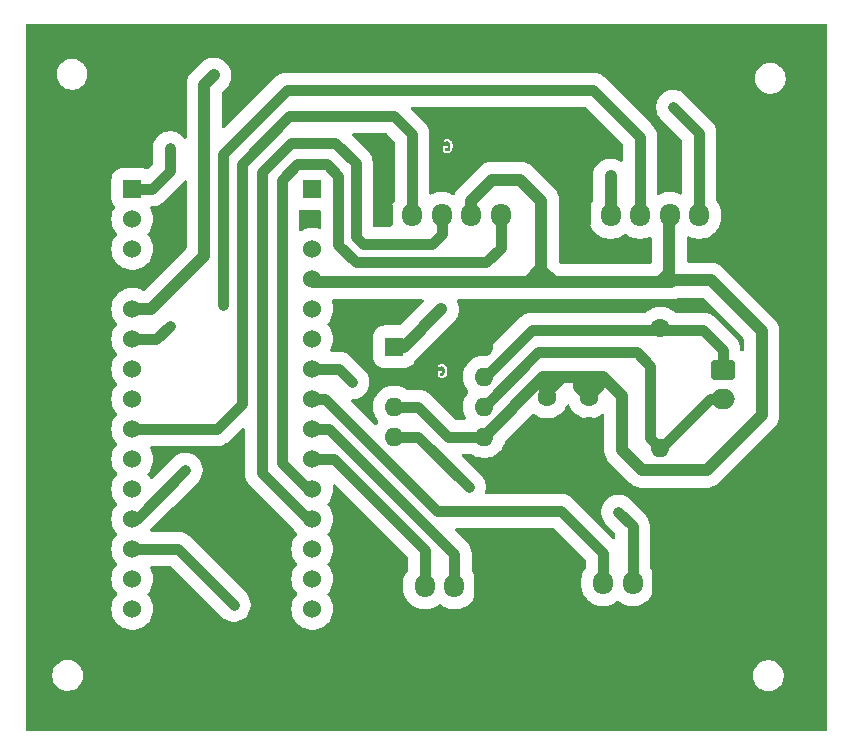
<source format=gbr>
%TF.GenerationSoftware,KiCad,Pcbnew,8.0.3*%
%TF.CreationDate,2024-07-13T22:25:02+09:00*%
%TF.ProjectId,nucleo_rolicon,6e75636c-656f-45f7-926f-6c69636f6e2e,rev?*%
%TF.SameCoordinates,Original*%
%TF.FileFunction,Copper,L2,Bot*%
%TF.FilePolarity,Positive*%
%FSLAX46Y46*%
G04 Gerber Fmt 4.6, Leading zero omitted, Abs format (unit mm)*
G04 Created by KiCad (PCBNEW 8.0.3) date 2024-07-13 22:25:02*
%MOMM*%
%LPD*%
G01*
G04 APERTURE LIST*
G04 Aperture macros list*
%AMRoundRect*
0 Rectangle with rounded corners*
0 $1 Rounding radius*
0 $2 $3 $4 $5 $6 $7 $8 $9 X,Y pos of 4 corners*
0 Add a 4 corners polygon primitive as box body*
4,1,4,$2,$3,$4,$5,$6,$7,$8,$9,$2,$3,0*
0 Add four circle primitives for the rounded corners*
1,1,$1+$1,$2,$3*
1,1,$1+$1,$4,$5*
1,1,$1+$1,$6,$7*
1,1,$1+$1,$8,$9*
0 Add four rect primitives between the rounded corners*
20,1,$1+$1,$2,$3,$4,$5,0*
20,1,$1+$1,$4,$5,$6,$7,0*
20,1,$1+$1,$6,$7,$8,$9,0*
20,1,$1+$1,$8,$9,$2,$3,0*%
G04 Aperture macros list end*
%ADD10C,0.200000*%
%TA.AperFunction,ComponentPad*%
%ADD11C,1.600000*%
%TD*%
%TA.AperFunction,ComponentPad*%
%ADD12RoundRect,0.250000X-0.750000X0.600000X-0.750000X-0.600000X0.750000X-0.600000X0.750000X0.600000X0*%
%TD*%
%TA.AperFunction,ComponentPad*%
%ADD13O,2.000000X1.700000*%
%TD*%
%TA.AperFunction,ComponentPad*%
%ADD14O,1.600000X1.600000*%
%TD*%
%TA.AperFunction,ComponentPad*%
%ADD15O,1.700000X1.950000*%
%TD*%
%TA.AperFunction,ComponentPad*%
%ADD16RoundRect,0.250000X-0.600000X-0.725000X0.600000X-0.725000X0.600000X0.725000X-0.600000X0.725000X0*%
%TD*%
%TA.AperFunction,ComponentPad*%
%ADD17R,1.530000X1.530000*%
%TD*%
%TA.AperFunction,ComponentPad*%
%ADD18C,1.530000*%
%TD*%
%TA.AperFunction,ComponentPad*%
%ADD19RoundRect,0.250000X0.600000X0.725000X-0.600000X0.725000X-0.600000X-0.725000X0.600000X-0.725000X0*%
%TD*%
%TA.AperFunction,ComponentPad*%
%ADD20R,1.600000X1.600000*%
%TD*%
%TA.AperFunction,ViaPad*%
%ADD21C,0.600000*%
%TD*%
%TA.AperFunction,Conductor*%
%ADD22C,0.900000*%
%TD*%
%TA.AperFunction,Conductor*%
%ADD23C,1.000000*%
%TD*%
G04 APERTURE END LIST*
D10*
G36*
X148369056Y-94218330D02*
G01*
X147327787Y-94218330D01*
X147327787Y-93578647D01*
X147438898Y-93578647D01*
X147440819Y-93931488D01*
X147455750Y-93967537D01*
X147468187Y-93982690D01*
X147506950Y-94019776D01*
X147507518Y-94020912D01*
X147514139Y-94026654D01*
X147530959Y-94042747D01*
X147534278Y-94044122D01*
X147536994Y-94046477D01*
X147554894Y-94054468D01*
X147697978Y-94100374D01*
X147709865Y-94105298D01*
X147714857Y-94105789D01*
X147716866Y-94106434D01*
X147719500Y-94106246D01*
X147729374Y-94107219D01*
X147825516Y-94105609D01*
X147837119Y-94106434D01*
X147841955Y-94105334D01*
X147844121Y-94105298D01*
X147846563Y-94104286D01*
X147856235Y-94102087D01*
X147984612Y-94057678D01*
X147986979Y-94057678D01*
X147998971Y-94052710D01*
X148016992Y-94046477D01*
X148019707Y-94044122D01*
X148023027Y-94042747D01*
X148038180Y-94030310D01*
X148132197Y-93933920D01*
X148141707Y-93925673D01*
X148144373Y-93921437D01*
X148145855Y-93919918D01*
X148146866Y-93917476D01*
X148152150Y-93909082D01*
X148195578Y-93818810D01*
X148200745Y-93811837D01*
X148205973Y-93797202D01*
X148206775Y-93795536D01*
X148206826Y-93794815D01*
X148207340Y-93793377D01*
X148251919Y-93608064D01*
X148256024Y-93598156D01*
X148257216Y-93586046D01*
X148257827Y-93583508D01*
X148257609Y-93582049D01*
X148257945Y-93578647D01*
X148256317Y-93441073D01*
X148257827Y-93430929D01*
X148256055Y-93418950D01*
X148256024Y-93416281D01*
X148255459Y-93414917D01*
X148254959Y-93411536D01*
X148207454Y-93228456D01*
X148206775Y-93218901D01*
X148201182Y-93204285D01*
X148200745Y-93202600D01*
X148200315Y-93202020D01*
X148199769Y-93200592D01*
X148150426Y-93105558D01*
X148145854Y-93094519D01*
X148142698Y-93090674D01*
X148141707Y-93088764D01*
X148139709Y-93087031D01*
X148133418Y-93079365D01*
X148047473Y-92995536D01*
X148046468Y-92993526D01*
X148036938Y-92985260D01*
X148023026Y-92971691D01*
X148019707Y-92970316D01*
X148016992Y-92967961D01*
X147999091Y-92959970D01*
X147856011Y-92914065D01*
X147844121Y-92909140D01*
X147839127Y-92908648D01*
X147837119Y-92908004D01*
X147834485Y-92908191D01*
X147824612Y-92907219D01*
X147696455Y-92908735D01*
X147694262Y-92908004D01*
X147681479Y-92908912D01*
X147662246Y-92909140D01*
X147658925Y-92910515D01*
X147655342Y-92910770D01*
X147637033Y-92917776D01*
X147525205Y-92975838D01*
X147499641Y-93005315D01*
X147487302Y-93042331D01*
X147490068Y-93081251D01*
X147507517Y-93116150D01*
X147536994Y-93141714D01*
X147574010Y-93154053D01*
X147612930Y-93151287D01*
X147631238Y-93144281D01*
X147703106Y-93106966D01*
X147804459Y-93105767D01*
X147911776Y-93140198D01*
X147978917Y-93205685D01*
X148014537Y-93274289D01*
X148058016Y-93441856D01*
X148059422Y-93560664D01*
X148019182Y-93727936D01*
X147983260Y-93802606D01*
X147915951Y-93871614D01*
X147812435Y-93907422D01*
X147748948Y-93908485D01*
X147641768Y-93874098D01*
X147638675Y-93871140D01*
X147637622Y-93677743D01*
X147748883Y-93676726D01*
X147784931Y-93661794D01*
X147812521Y-93634204D01*
X147827453Y-93598156D01*
X147827453Y-93559138D01*
X147812521Y-93523090D01*
X147784931Y-93495500D01*
X147748883Y-93480568D01*
X147729374Y-93478647D01*
X147519389Y-93480568D01*
X147483341Y-93495500D01*
X147455751Y-93523090D01*
X147440819Y-93559138D01*
X147438898Y-93578647D01*
X147327787Y-93578647D01*
X147327787Y-92796108D01*
X148369056Y-92796108D01*
X148369056Y-94218330D01*
G37*
G36*
X148839056Y-75188330D02*
G01*
X147797787Y-75188330D01*
X147797787Y-74548647D01*
X147908898Y-74548647D01*
X147910819Y-74901488D01*
X147925750Y-74937537D01*
X147938187Y-74952690D01*
X147976950Y-74989776D01*
X147977518Y-74990912D01*
X147984139Y-74996654D01*
X148000959Y-75012747D01*
X148004278Y-75014122D01*
X148006994Y-75016477D01*
X148024894Y-75024468D01*
X148167978Y-75070374D01*
X148179865Y-75075298D01*
X148184857Y-75075789D01*
X148186866Y-75076434D01*
X148189500Y-75076246D01*
X148199374Y-75077219D01*
X148295516Y-75075609D01*
X148307119Y-75076434D01*
X148311955Y-75075334D01*
X148314121Y-75075298D01*
X148316563Y-75074286D01*
X148326235Y-75072087D01*
X148454612Y-75027678D01*
X148456979Y-75027678D01*
X148468971Y-75022710D01*
X148486992Y-75016477D01*
X148489707Y-75014122D01*
X148493027Y-75012747D01*
X148508180Y-75000310D01*
X148602197Y-74903920D01*
X148611707Y-74895673D01*
X148614373Y-74891437D01*
X148615855Y-74889918D01*
X148616866Y-74887476D01*
X148622150Y-74879082D01*
X148665578Y-74788810D01*
X148670745Y-74781837D01*
X148675973Y-74767202D01*
X148676775Y-74765536D01*
X148676826Y-74764815D01*
X148677340Y-74763377D01*
X148721919Y-74578064D01*
X148726024Y-74568156D01*
X148727216Y-74556046D01*
X148727827Y-74553508D01*
X148727609Y-74552049D01*
X148727945Y-74548647D01*
X148726317Y-74411073D01*
X148727827Y-74400929D01*
X148726055Y-74388950D01*
X148726024Y-74386281D01*
X148725459Y-74384917D01*
X148724959Y-74381536D01*
X148677454Y-74198456D01*
X148676775Y-74188901D01*
X148671182Y-74174285D01*
X148670745Y-74172600D01*
X148670315Y-74172020D01*
X148669769Y-74170592D01*
X148620426Y-74075558D01*
X148615854Y-74064519D01*
X148612698Y-74060674D01*
X148611707Y-74058764D01*
X148609709Y-74057031D01*
X148603418Y-74049365D01*
X148517473Y-73965536D01*
X148516468Y-73963526D01*
X148506938Y-73955260D01*
X148493026Y-73941691D01*
X148489707Y-73940316D01*
X148486992Y-73937961D01*
X148469091Y-73929970D01*
X148326011Y-73884065D01*
X148314121Y-73879140D01*
X148309127Y-73878648D01*
X148307119Y-73878004D01*
X148304485Y-73878191D01*
X148294612Y-73877219D01*
X148166455Y-73878735D01*
X148164262Y-73878004D01*
X148151479Y-73878912D01*
X148132246Y-73879140D01*
X148128925Y-73880515D01*
X148125342Y-73880770D01*
X148107033Y-73887776D01*
X147995205Y-73945838D01*
X147969641Y-73975315D01*
X147957302Y-74012331D01*
X147960068Y-74051251D01*
X147977517Y-74086150D01*
X148006994Y-74111714D01*
X148044010Y-74124053D01*
X148082930Y-74121287D01*
X148101238Y-74114281D01*
X148173106Y-74076966D01*
X148274459Y-74075767D01*
X148381776Y-74110198D01*
X148448917Y-74175685D01*
X148484537Y-74244289D01*
X148528016Y-74411856D01*
X148529422Y-74530664D01*
X148489182Y-74697936D01*
X148453260Y-74772606D01*
X148385951Y-74841614D01*
X148282435Y-74877422D01*
X148218948Y-74878485D01*
X148111768Y-74844098D01*
X148108675Y-74841140D01*
X148107622Y-74647743D01*
X148218883Y-74646726D01*
X148254931Y-74631794D01*
X148282521Y-74604204D01*
X148297453Y-74568156D01*
X148297453Y-74529138D01*
X148282521Y-74493090D01*
X148254931Y-74465500D01*
X148218883Y-74450568D01*
X148199374Y-74448647D01*
X147989389Y-74450568D01*
X147953341Y-74465500D01*
X147925751Y-74493090D01*
X147910819Y-74529138D01*
X147908898Y-74548647D01*
X147797787Y-74548647D01*
X147797787Y-73766108D01*
X148839056Y-73766108D01*
X148839056Y-75188330D01*
G37*
D11*
%TO.P,C1,1*%
%TO.N,GND*%
X160250000Y-98200000D03*
%TO.P,C1,2*%
%TO.N,+5V*%
X160250000Y-95700000D03*
%TD*%
D12*
%TO.P,J3,1,Pin_1*%
%TO.N,/H*%
X171610000Y-93390000D03*
D13*
%TO.P,J3,2,Pin_2*%
%TO.N,/L*%
X171610000Y-95890000D03*
%TD*%
D11*
%TO.P,R1,1*%
%TO.N,/H*%
X166310000Y-89870000D03*
D14*
%TO.P,R1,2*%
%TO.N,/L*%
X166310000Y-100030000D03*
%TD*%
D11*
%TO.P,C2,1*%
%TO.N,GND*%
X156700000Y-98210000D03*
%TO.P,C2,2*%
%TO.N,+5V*%
X156700000Y-95710000D03*
%TD*%
D15*
%TO.P,MD2,1,Pin_1*%
%TO.N,MD2_dir*%
X161450000Y-111440000D03*
%TO.P,MD2,2,Pin_2*%
%TO.N,MD2_pwm*%
X163950000Y-111440000D03*
D16*
%TO.P,MD2,3,Pin_3*%
%TO.N,GND*%
X166450000Y-111440000D03*
%TD*%
D17*
%TO.P,U1,3_1,PA9*%
%TO.N,B1*%
X121590000Y-78085000D03*
D18*
%TO.P,U1,3_2,PA10*%
%TO.N,unconnected-(U1A-PA10-Pad3_2)*%
X121590000Y-80625000D03*
%TO.P,U1,3_3,NRST_1*%
%TO.N,unconnected-(U1A-NRST_1-Pad3_3)*%
X121590000Y-83165000D03*
%TO.P,U1,3_4,GND_1*%
%TO.N,GND*%
X121590000Y-85705000D03*
%TO.P,U1,3_5,PA12*%
%TO.N,CAN_Tx*%
X121590000Y-88245000D03*
%TO.P,U1,3_6,PB0*%
%TO.N,X1*%
X121590000Y-90785000D03*
%TO.P,U1,3_7,PB7*%
%TO.N,unconnected-(U1A-PB7-Pad3_7)*%
X121590000Y-93325000D03*
%TO.P,U1,3_8,PB6*%
%TO.N,unconnected-(U1A-PB6-Pad3_8)*%
X121590000Y-95865000D03*
%TO.P,U1,3_9,PB1*%
%TO.N,X2*%
X121590000Y-98405000D03*
%TO.P,U1,3_10,PF0*%
%TO.N,unconnected-(U1A-PF0-Pad3_10)*%
X121590000Y-100945000D03*
%TO.P,U1,3_11,PF1*%
%TO.N,unconnected-(U1A-PF1-Pad3_11)*%
X121590000Y-103485000D03*
%TO.P,U1,3_12,PA8*%
%TO.N,A1*%
X121590000Y-106025000D03*
%TO.P,U1,3_13,PA11*%
%TO.N,CAN_Rx*%
X121590000Y-108565000D03*
%TO.P,U1,3_14,PB5*%
%TO.N,unconnected-(U1A-PB5-Pad3_14)*%
X121590000Y-111105000D03*
%TO.P,U1,3_15,PB4*%
%TO.N,unconnected-(U1A-PB4-Pad3_15)*%
X121590000Y-113645000D03*
D17*
%TO.P,U1,4_1,VIN*%
%TO.N,unconnected-(U1B-VIN-Pad4_1)*%
X136830000Y-78085000D03*
D18*
%TO.P,U1,4_2,GND_2*%
%TO.N,GND*%
X136830000Y-80625000D03*
%TO.P,U1,4_3,NRST_2*%
%TO.N,unconnected-(U1B-NRST_2-Pad4_3)*%
X136830000Y-83165000D03*
%TO.P,U1,4_4,+5V*%
%TO.N,+5V*%
X136830000Y-85705000D03*
%TO.P,U1,4_5,PA2*%
%TO.N,unconnected-(U1B-PA2-Pad4_5)*%
X136830000Y-88245000D03*
%TO.P,U1,4_6,PA7*%
%TO.N,unconnected-(U1B-PA7-Pad4_6)*%
X136830000Y-90785000D03*
%TO.P,U1,4_7,PA6*%
%TO.N,MD2_pwm*%
X136830000Y-93325000D03*
%TO.P,U1,4_8,PA5*%
%TO.N,MD2_dir*%
X136830000Y-95865000D03*
%TO.P,U1,4_9,PA4*%
%TO.N,MD1_pwm*%
X136830000Y-98405000D03*
%TO.P,U1,4_10,PA3*%
%TO.N,MD1_dir*%
X136830000Y-100945000D03*
%TO.P,U1,4_11,PA1*%
%TO.N,B2*%
X136830000Y-103485000D03*
%TO.P,U1,4_12,PA0*%
%TO.N,A2*%
X136830000Y-106025000D03*
%TO.P,U1,4_13,AREF*%
%TO.N,unconnected-(U1B-AREF-Pad4_13)*%
X136830000Y-108565000D03*
%TO.P,U1,4_14,+3V3*%
%TO.N,unconnected-(U1B-+3V3-Pad4_14)*%
X136830000Y-111105000D03*
%TO.P,U1,4_15,PB3*%
%TO.N,unconnected-(U1B-PB3-Pad4_15)*%
X136830000Y-113645000D03*
%TD*%
D19*
%TO.P,EN1,5,Pin_5*%
%TO.N,GND*%
X159580000Y-80340000D03*
D15*
%TO.P,EN1,4,Pin_4*%
%TO.N,X1*%
X162080000Y-80340000D03*
%TO.P,EN1,3,Pin_3*%
%TO.N,A1*%
X164580000Y-80340000D03*
%TO.P,EN1,2,Pin_2*%
%TO.N,+5V*%
X167080000Y-80340000D03*
%TO.P,EN1,1,Pin_1*%
%TO.N,B1*%
X169580000Y-80340000D03*
%TD*%
D20*
%TO.P,U2,1,TXD*%
%TO.N,CAN_Tx*%
X143760000Y-91450000D03*
D14*
%TO.P,U2,2,VSS*%
%TO.N,GND*%
X143760000Y-93990000D03*
%TO.P,U2,3,VDD*%
%TO.N,+5V*%
X143760000Y-96530000D03*
%TO.P,U2,4,RXD*%
%TO.N,CAN_Rx*%
X143760000Y-99070000D03*
%TO.P,U2,5,Vio*%
%TO.N,+5V*%
X151380000Y-99070000D03*
%TO.P,U2,6,CANL*%
%TO.N,/L*%
X151380000Y-96530000D03*
%TO.P,U2,7,CANH*%
%TO.N,/H*%
X151380000Y-93990000D03*
%TO.P,U2,8,STBY*%
%TO.N,GND*%
X151380000Y-91450000D03*
%TD*%
D15*
%TO.P,EN2,1,Pin_1*%
%TO.N,B2*%
X152775000Y-80330000D03*
%TO.P,EN2,2,Pin_2*%
%TO.N,+5V*%
X150275000Y-80330000D03*
%TO.P,EN2,3,Pin_3*%
%TO.N,A2*%
X147775000Y-80330000D03*
%TO.P,EN2,4,Pin_4*%
%TO.N,X2*%
X145275000Y-80330000D03*
D19*
%TO.P,EN2,5,Pin_5*%
%TO.N,GND*%
X142775000Y-80330000D03*
%TD*%
D15*
%TO.P,MD1,1,Pin_1*%
%TO.N,MD1_dir*%
X146370000Y-111710000D03*
%TO.P,MD1,2,Pin_2*%
%TO.N,MD1_pwm*%
X148870000Y-111710000D03*
D16*
%TO.P,MD1,3,Pin_3*%
%TO.N,GND*%
X151370000Y-111710000D03*
%TD*%
D21*
%TO.N,MD2_pwm*%
X140219900Y-94440100D03*
X162750000Y-105430000D03*
%TO.N,GND*%
X142780000Y-75570000D03*
X156400000Y-75430000D03*
X117320000Y-90710000D03*
X140580000Y-89240000D03*
%TO.N,X1*%
X124760000Y-89660000D03*
X162100000Y-77020000D03*
%TO.N,A1*%
X129248000Y-87886700D03*
X126090700Y-101890700D03*
%TO.N,B1*%
X124800000Y-74660000D03*
X167390000Y-71170000D03*
%TO.N,CAN_Rx*%
X130165000Y-113285000D03*
X150071700Y-103330000D03*
%TO.N,CAN_Tx*%
X128470000Y-68490000D03*
X147740000Y-88290000D03*
%TD*%
D22*
%TO.N,MD2_pwm*%
X139104800Y-93325000D02*
X136830000Y-93325000D01*
X140219900Y-94440100D02*
X139104800Y-93325000D01*
D23*
%TO.N,+5V*%
X159400000Y-94850000D02*
X159400000Y-94050000D01*
X160250000Y-95700000D02*
X159400000Y-94850000D01*
X161140000Y-94810000D02*
X161140000Y-94050000D01*
X160250000Y-95700000D02*
X161140000Y-94810000D01*
X161140000Y-94050000D02*
X160640000Y-94050000D01*
X161470000Y-94050000D02*
X161140000Y-94050000D01*
X160250000Y-94280000D02*
X160020000Y-94050000D01*
X160250000Y-95700000D02*
X160250000Y-94280000D01*
X160180000Y-95700000D02*
X160250000Y-95700000D01*
X156700000Y-95310000D02*
X157960000Y-94050000D01*
X156510000Y-95590000D02*
X156700000Y-95780000D01*
X156700000Y-95780000D02*
X156700000Y-95310000D01*
X156510000Y-95120000D02*
X156510000Y-95590000D01*
X156700000Y-95310000D02*
X156700000Y-95952468D01*
X156510000Y-95120000D02*
X156700000Y-95310000D01*
X163050000Y-100200000D02*
X163050000Y-95630000D01*
X163050000Y-95630000D02*
X161470000Y-94050000D01*
X170220000Y-101890000D02*
X164740000Y-101890000D01*
X174870000Y-97240000D02*
X170220000Y-101890000D01*
X170550000Y-85830000D02*
X174870000Y-90150000D01*
X174870000Y-90150000D02*
X174870000Y-97240000D01*
X167310000Y-85830000D02*
X170550000Y-85830000D01*
X164740000Y-101890000D02*
X163050000Y-100200000D01*
D22*
%TO.N,/L*%
X170500000Y-95890000D02*
X171610000Y-95890000D01*
X166360000Y-100030000D02*
X170500000Y-95890000D01*
X166310000Y-100030000D02*
X166360000Y-100030000D01*
X165450000Y-99170000D02*
X166310000Y-100030000D01*
X165450000Y-93070000D02*
X165450000Y-99170000D01*
X164320000Y-91940000D02*
X165450000Y-93070000D01*
X155970000Y-91940000D02*
X164320000Y-91940000D01*
X151380000Y-96530000D02*
X155970000Y-91940000D01*
%TO.N,A2*%
X132550000Y-102114600D02*
X132550000Y-76620000D01*
X136460400Y-106025000D02*
X132550000Y-102114600D01*
X140510000Y-82140000D02*
X141130000Y-82760000D01*
X136830000Y-106025000D02*
X136460400Y-106025000D01*
X146930000Y-82760000D02*
X147775000Y-81915000D01*
X132550000Y-76620000D02*
X134990000Y-74180000D01*
X140510000Y-75920000D02*
X140510000Y-82140000D01*
X147775000Y-81915000D02*
X147775000Y-80330000D01*
X134990000Y-74180000D02*
X138770000Y-74180000D01*
X141130000Y-82760000D02*
X146930000Y-82760000D01*
X138770000Y-74180000D02*
X140510000Y-75920000D01*
%TO.N,X2*%
X130860000Y-96300000D02*
X130860000Y-75970000D01*
X145275000Y-73485000D02*
X145275000Y-80330000D01*
X134900000Y-71930000D02*
X143720000Y-71930000D01*
X128755000Y-98405000D02*
X130860000Y-96300000D01*
X143720000Y-71930000D02*
X145275000Y-73485000D01*
X121590000Y-98405000D02*
X128755000Y-98405000D01*
X130860000Y-75970000D02*
X134900000Y-71930000D01*
%TO.N,MD1_pwm*%
X148870000Y-111710000D02*
X148870000Y-109000000D01*
X138275000Y-98405000D02*
X136830000Y-98405000D01*
X148870000Y-109000000D02*
X138275000Y-98405000D01*
%TO.N,MD2_pwm*%
X163950000Y-106630000D02*
X163950000Y-111440000D01*
X162750000Y-105430000D02*
X163950000Y-106630000D01*
%TO.N,GND*%
X140740000Y-119130000D02*
X140730000Y-119120000D01*
X121278000Y-85705000D02*
X121590000Y-85705000D01*
X159760000Y-79890000D02*
X159760000Y-80380000D01*
X142775000Y-80330000D02*
X142380900Y-80330000D01*
D23*
%TO.N,+5V*%
X156230000Y-79090000D02*
X156230000Y-84820000D01*
X155100000Y-85950000D02*
X156230000Y-84820000D01*
X154440000Y-77300000D02*
X156230000Y-79090000D01*
D22*
X144181500Y-96530000D02*
X143760000Y-96530000D01*
D23*
X156510000Y-94410000D02*
X156510000Y-95120000D01*
X150275000Y-79095000D02*
X152070000Y-77300000D01*
X155000000Y-85950000D02*
X157260000Y-85950000D01*
X167070000Y-85190000D02*
X167070000Y-84880000D01*
X167070000Y-85590000D02*
X167310000Y-85830000D01*
X150275000Y-80330000D02*
X150275000Y-79095000D01*
D22*
X144181500Y-96530000D02*
X145811700Y-96530000D01*
D23*
X159400000Y-94050000D02*
X158530000Y-94050000D01*
X155000000Y-85950000D02*
X155100000Y-85950000D01*
X156400000Y-94050000D02*
X151380000Y-99070000D01*
X150275000Y-80330000D02*
X150260000Y-80345000D01*
X137075000Y-85950000D02*
X155000000Y-85950000D01*
X160640000Y-94050000D02*
X159400000Y-94050000D01*
X136830000Y-85705000D02*
X137075000Y-85950000D01*
X166310000Y-85950000D02*
X167070000Y-85190000D01*
X152070000Y-77300000D02*
X154440000Y-77300000D01*
X167070000Y-84880000D02*
X167070000Y-85590000D01*
X156230000Y-85450000D02*
X156430000Y-85650000D01*
X166310000Y-85950000D02*
X167190000Y-85950000D01*
X167070000Y-80570000D02*
X167070000Y-84880000D01*
X157260000Y-85950000D02*
X166310000Y-85950000D01*
X156230000Y-84920000D02*
X157260000Y-85950000D01*
X158530000Y-94050000D02*
X156400000Y-94050000D01*
X156230000Y-84820000D02*
X156230000Y-85450000D01*
X156230000Y-84820000D02*
X156230000Y-84920000D01*
D22*
X148351700Y-99070000D02*
X145811700Y-96530000D01*
X151380000Y-99070000D02*
X148351700Y-99070000D01*
D23*
X167190000Y-85950000D02*
X167310000Y-85830000D01*
X167260000Y-80380000D02*
X167070000Y-80570000D01*
%TO.N,X1*%
X162080000Y-80200000D02*
X162260000Y-80380000D01*
X162080000Y-77040000D02*
X162080000Y-80200000D01*
D22*
X123635000Y-90785000D02*
X121590000Y-90785000D01*
X124760000Y-89660000D02*
X123635000Y-90785000D01*
%TO.N,A1*%
X121956400Y-106025000D02*
X121590000Y-106025000D01*
X134653900Y-69710800D02*
X160600800Y-69710800D01*
X126090700Y-101890700D02*
X121956400Y-106025000D01*
X164560000Y-73670000D02*
X164560000Y-80180000D01*
X164560000Y-80180000D02*
X164760000Y-80380000D01*
X160600800Y-69710800D02*
X164560000Y-73670000D01*
X129248000Y-75116700D02*
X134653900Y-69710800D01*
X129248000Y-87886700D02*
X129248000Y-75116700D01*
%TO.N,B1*%
X169560000Y-80320000D02*
X169580000Y-80340000D01*
X167390000Y-71170000D02*
X169560000Y-73340000D01*
X123285000Y-78085000D02*
X121590000Y-78085000D01*
X124800000Y-74660000D02*
X124800000Y-76570000D01*
X169560000Y-73340000D02*
X169560000Y-80320000D01*
X124800000Y-76570000D02*
X123285000Y-78085000D01*
%TO.N,B2*%
X152775000Y-80330000D02*
X152775000Y-83115000D01*
X139030000Y-82810000D02*
X139030000Y-76980000D01*
X136443500Y-103485000D02*
X136830000Y-103485000D01*
X138074700Y-76024700D02*
X135559800Y-76024700D01*
X135559800Y-76024700D02*
X134270000Y-77314500D01*
X134270000Y-101311500D02*
X136443500Y-103485000D01*
X151570000Y-84320000D02*
X140540000Y-84320000D01*
X140540000Y-84320000D02*
X139030000Y-82810000D01*
X134270000Y-77314500D02*
X134270000Y-101311500D01*
X139030000Y-76980000D02*
X138074700Y-76024700D01*
X152775000Y-83115000D02*
X151570000Y-84320000D01*
%TO.N,/H*%
X171610000Y-91700000D02*
X171610000Y-93390000D01*
X151380000Y-93990000D02*
X151460000Y-93990000D01*
X155410000Y-90040000D02*
X169950000Y-90040000D01*
X169950000Y-90040000D02*
X171610000Y-91700000D01*
X151460000Y-93990000D02*
X155410000Y-90040000D01*
%TO.N,MD1_dir*%
X146370000Y-111710000D02*
X146370000Y-108640000D01*
X146370000Y-108640000D02*
X138675000Y-100945000D01*
X138675000Y-100945000D02*
X136830000Y-100945000D01*
%TO.N,MD2_dir*%
X136830000Y-95865000D02*
X137875000Y-95865000D01*
X157880000Y-105370000D02*
X161450000Y-108940000D01*
X147380000Y-105370000D02*
X157880000Y-105370000D01*
X137875000Y-95865000D02*
X147380000Y-105370000D01*
X161450000Y-108940000D02*
X161450000Y-111440000D01*
%TO.N,CAN_Rx*%
X130165000Y-113285000D02*
X125445000Y-108565000D01*
X145811700Y-99070000D02*
X143760000Y-99070000D01*
X125445000Y-108565000D02*
X121590000Y-108565000D01*
X150071700Y-103330000D02*
X145811700Y-99070000D01*
D23*
%TO.N,CAN_Tx*%
X128470000Y-68490000D02*
X127700000Y-69260000D01*
X127700000Y-69260000D02*
X127700000Y-83740000D01*
X144580000Y-91450000D02*
X143760000Y-91450000D01*
X123195000Y-88245000D02*
X121590000Y-88245000D01*
X147740000Y-88290000D02*
X144580000Y-91450000D01*
X127700000Y-83740000D02*
X123195000Y-88245000D01*
%TD*%
%TA.AperFunction,Conductor*%
%TO.N,GND*%
G36*
X169944150Y-87350185D02*
G01*
X169964792Y-87366819D01*
X173333181Y-90735208D01*
X173366666Y-90796531D01*
X173369500Y-90822889D01*
X173369500Y-91732142D01*
X173349815Y-91799181D01*
X173297011Y-91844936D01*
X173227853Y-91854880D01*
X173169545Y-91828897D01*
X173169231Y-91829352D01*
X173166827Y-91827686D01*
X173166038Y-91827335D01*
X173164662Y-91826187D01*
X173164655Y-91826182D01*
X173164654Y-91826181D01*
X173129767Y-91802011D01*
X173113883Y-91791006D01*
X173069987Y-91736646D01*
X173060500Y-91689078D01*
X173060500Y-91585843D01*
X173045399Y-91490501D01*
X173045399Y-91490497D01*
X173037960Y-91443532D01*
X173024785Y-91360341D01*
X172954232Y-91143202D01*
X172954230Y-91143199D01*
X172954230Y-91143197D01*
X172850579Y-90939772D01*
X172716380Y-90755063D01*
X170894937Y-88933620D01*
X170754569Y-88831637D01*
X170754567Y-88831636D01*
X170754567Y-88831635D01*
X170710228Y-88799421D01*
X170506803Y-88695770D01*
X170289660Y-88625215D01*
X170064162Y-88589500D01*
X170064157Y-88589500D01*
X167625737Y-88589500D01*
X167558698Y-88569815D01*
X167541399Y-88556401D01*
X167435741Y-88458365D01*
X167212775Y-88306349D01*
X167212769Y-88306346D01*
X167212768Y-88306345D01*
X167212767Y-88306344D01*
X166969643Y-88189263D01*
X166969645Y-88189263D01*
X166711773Y-88109720D01*
X166711767Y-88109718D01*
X166444936Y-88069500D01*
X166444929Y-88069500D01*
X166175071Y-88069500D01*
X166175063Y-88069500D01*
X165908232Y-88109718D01*
X165908226Y-88109720D01*
X165650358Y-88189262D01*
X165407230Y-88306346D01*
X165184258Y-88458365D01*
X165129825Y-88508872D01*
X165078602Y-88556399D01*
X165016072Y-88587567D01*
X164994263Y-88589500D01*
X155295842Y-88589500D01*
X155260126Y-88595156D01*
X155260125Y-88595155D01*
X155070340Y-88625214D01*
X154853197Y-88695769D01*
X154649772Y-88799420D01*
X154558145Y-88865992D01*
X154465063Y-88933620D01*
X154465061Y-88933622D01*
X154465060Y-88933622D01*
X151231665Y-92167016D01*
X151170342Y-92200501D01*
X151162466Y-92201950D01*
X151087232Y-92213290D01*
X150978228Y-92229720D01*
X150978225Y-92229721D01*
X150978219Y-92229722D01*
X150720358Y-92309262D01*
X150477230Y-92426346D01*
X150254258Y-92578365D01*
X150056442Y-92761910D01*
X149888185Y-92972898D01*
X149753258Y-93206599D01*
X149753256Y-93206603D01*
X149654666Y-93457804D01*
X149654664Y-93457811D01*
X149594616Y-93720898D01*
X149574451Y-93989995D01*
X149574451Y-93990004D01*
X149594616Y-94259101D01*
X149654664Y-94522188D01*
X149654666Y-94522195D01*
X149751812Y-94769718D01*
X149753257Y-94773398D01*
X149888185Y-95007102D01*
X149976915Y-95118365D01*
X150028210Y-95182687D01*
X150054618Y-95247374D01*
X150041862Y-95316069D01*
X150028210Y-95337313D01*
X149888185Y-95512898D01*
X149753258Y-95746599D01*
X149753256Y-95746603D01*
X149654666Y-95997804D01*
X149654664Y-95997811D01*
X149594616Y-96260898D01*
X149574451Y-96529995D01*
X149574451Y-96530004D01*
X149594616Y-96799101D01*
X149654664Y-97062188D01*
X149654666Y-97062195D01*
X149753256Y-97313396D01*
X149753258Y-97313400D01*
X149822597Y-97433500D01*
X149839070Y-97501401D01*
X149816217Y-97567427D01*
X149761296Y-97610618D01*
X149715210Y-97619500D01*
X149003879Y-97619500D01*
X148936840Y-97599815D01*
X148916198Y-97583181D01*
X146756637Y-95423620D01*
X146632187Y-95333202D01*
X146632185Y-95333201D01*
X146632185Y-95333200D01*
X146571928Y-95289421D01*
X146368503Y-95185770D01*
X146151360Y-95115215D01*
X145925862Y-95079500D01*
X145925857Y-95079500D01*
X144866987Y-95079500D01*
X144799948Y-95059815D01*
X144797136Y-95057954D01*
X144662775Y-94966349D01*
X144662767Y-94966344D01*
X144419643Y-94849263D01*
X144419645Y-94849263D01*
X144161773Y-94769720D01*
X144161767Y-94769718D01*
X143894936Y-94729500D01*
X143894929Y-94729500D01*
X143625071Y-94729500D01*
X143625063Y-94729500D01*
X143358232Y-94769718D01*
X143358226Y-94769720D01*
X143100358Y-94849262D01*
X142857230Y-94966346D01*
X142634258Y-95118365D01*
X142436442Y-95301910D01*
X142268185Y-95512898D01*
X142133258Y-95746599D01*
X142133256Y-95746603D01*
X142034666Y-95997804D01*
X142034664Y-95997811D01*
X141974616Y-96260898D01*
X141954451Y-96529995D01*
X141954451Y-96530004D01*
X141974616Y-96799101D01*
X142034664Y-97062188D01*
X142034666Y-97062195D01*
X142117657Y-97273652D01*
X142133257Y-97313398D01*
X142268185Y-97547102D01*
X142397166Y-97708838D01*
X142408210Y-97722687D01*
X142434618Y-97787374D01*
X142421862Y-97856069D01*
X142408209Y-97877313D01*
X142286385Y-98030073D01*
X142229197Y-98070213D01*
X142159385Y-98073063D01*
X142101758Y-98040441D01*
X140163598Y-96102281D01*
X140130113Y-96040958D01*
X140135097Y-95971266D01*
X140176969Y-95915333D01*
X140242433Y-95890916D01*
X140251279Y-95890600D01*
X140334061Y-95890600D01*
X140516833Y-95861652D01*
X140559560Y-95854885D01*
X140776699Y-95784332D01*
X140980128Y-95680680D01*
X141164838Y-95546480D01*
X141326280Y-95385038D01*
X141460480Y-95200328D01*
X141564132Y-94996899D01*
X141634685Y-94779760D01*
X141649914Y-94683603D01*
X141670400Y-94554261D01*
X141670400Y-94325939D01*
X141651956Y-94209488D01*
X147337787Y-94209488D01*
X148360894Y-94209488D01*
X148360894Y-92804950D01*
X147337787Y-92804950D01*
X147337787Y-94209488D01*
X141651956Y-94209488D01*
X141634685Y-94100442D01*
X141634683Y-94100436D01*
X141632323Y-94093170D01*
X141564132Y-93883302D01*
X141564130Y-93883299D01*
X141564130Y-93883297D01*
X141481383Y-93720898D01*
X141460480Y-93679873D01*
X141326280Y-93495163D01*
X140049737Y-92218620D01*
X139915081Y-92120787D01*
X139915079Y-92120786D01*
X139915079Y-92120785D01*
X139865028Y-92084421D01*
X139661603Y-91980770D01*
X139444460Y-91910215D01*
X139218962Y-91874500D01*
X139218957Y-91874500D01*
X138454375Y-91874500D01*
X138387336Y-91854815D01*
X138341581Y-91802011D01*
X138331637Y-91732853D01*
X138346988Y-91688500D01*
X138357198Y-91670816D01*
X138425121Y-91553170D01*
X138521795Y-91306850D01*
X138580677Y-91048872D01*
X138600451Y-90785000D01*
X138599441Y-90771527D01*
X138580677Y-90521130D01*
X138580677Y-90521128D01*
X138521795Y-90263150D01*
X138425121Y-90016830D01*
X138292815Y-89787669D01*
X138137022Y-89592311D01*
X138110615Y-89527626D01*
X138123370Y-89458931D01*
X138137020Y-89437691D01*
X138292815Y-89242331D01*
X138425121Y-89013170D01*
X138521795Y-88766850D01*
X138580677Y-88508872D01*
X138600451Y-88245000D01*
X138590313Y-88109720D01*
X138580677Y-87981130D01*
X138570977Y-87938631D01*
X138521795Y-87723150D01*
X138481234Y-87619802D01*
X138475065Y-87550205D01*
X138507503Y-87488322D01*
X138568248Y-87453799D01*
X138596662Y-87450500D01*
X146158111Y-87450500D01*
X146225150Y-87470185D01*
X146270905Y-87522989D01*
X146280849Y-87592147D01*
X146251824Y-87655703D01*
X146245792Y-87662181D01*
X144294790Y-89613181D01*
X144233467Y-89646666D01*
X144207109Y-89649500D01*
X142901971Y-89649500D01*
X142901965Y-89649500D01*
X142901964Y-89649501D01*
X142890316Y-89650536D01*
X142782584Y-89660113D01*
X142586954Y-89716089D01*
X142496772Y-89763196D01*
X142406593Y-89810302D01*
X142406591Y-89810303D01*
X142406590Y-89810304D01*
X142248890Y-89938890D01*
X142120304Y-90096590D01*
X142026089Y-90276954D01*
X141970114Y-90472583D01*
X141970113Y-90472586D01*
X141959500Y-90591966D01*
X141959500Y-92308028D01*
X141959501Y-92308034D01*
X141970113Y-92427415D01*
X142026089Y-92623045D01*
X142026090Y-92623048D01*
X142026091Y-92623049D01*
X142120302Y-92803407D01*
X142154977Y-92845933D01*
X142248890Y-92961109D01*
X142342803Y-93037684D01*
X142406593Y-93089698D01*
X142586951Y-93183909D01*
X142782582Y-93239886D01*
X142901963Y-93250500D01*
X144618036Y-93250499D01*
X144737418Y-93239886D01*
X144933049Y-93183909D01*
X145113407Y-93089698D01*
X145271109Y-92961109D01*
X145399698Y-92803407D01*
X145465552Y-92677334D01*
X145502572Y-92634431D01*
X145557510Y-92594517D01*
X148884517Y-89267510D01*
X149023343Y-89076433D01*
X149130568Y-88865992D01*
X149203553Y-88641368D01*
X149210872Y-88595156D01*
X149240500Y-88408097D01*
X149240500Y-88171902D01*
X149213409Y-88000862D01*
X149203553Y-87938631D01*
X149130568Y-87714008D01*
X149088168Y-87630794D01*
X149075273Y-87562126D01*
X149101549Y-87497385D01*
X149158656Y-87457128D01*
X149198654Y-87450500D01*
X167308097Y-87450500D01*
X167421184Y-87432588D01*
X167541368Y-87413553D01*
X167541371Y-87413552D01*
X167541372Y-87413552D01*
X167612264Y-87390517D01*
X167765992Y-87340568D01*
X167766000Y-87340563D01*
X167767511Y-87339939D01*
X167768588Y-87339724D01*
X167770625Y-87339063D01*
X167770703Y-87339304D01*
X167814964Y-87330500D01*
X169877111Y-87330500D01*
X169944150Y-87350185D01*
G37*
%TD.AperFunction*%
%TA.AperFunction,Conductor*%
G36*
X160015660Y-71180985D02*
G01*
X160036302Y-71197619D01*
X163073181Y-74234497D01*
X163106666Y-74295820D01*
X163109500Y-74322178D01*
X163109500Y-75689891D01*
X163089815Y-75756930D01*
X163037011Y-75802685D01*
X162967853Y-75812629D01*
X162912615Y-75790210D01*
X162866432Y-75756656D01*
X162655996Y-75649433D01*
X162431368Y-75576446D01*
X162198097Y-75539500D01*
X162198092Y-75539500D01*
X161961908Y-75539500D01*
X161961903Y-75539500D01*
X161728631Y-75576446D01*
X161504003Y-75649433D01*
X161293566Y-75756657D01*
X161225868Y-75805843D01*
X161102490Y-75895483D01*
X161102488Y-75895485D01*
X161102487Y-75895485D01*
X160935485Y-76062487D01*
X160935485Y-76062488D01*
X160935483Y-76062490D01*
X160875862Y-76144550D01*
X160796657Y-76253566D01*
X160689433Y-76464003D01*
X160616446Y-76688631D01*
X160579500Y-76921902D01*
X160579500Y-79088618D01*
X160559815Y-79155657D01*
X160553876Y-79164104D01*
X160538063Y-79184711D01*
X160416777Y-79394784D01*
X160416773Y-79394794D01*
X160323947Y-79618895D01*
X160261161Y-79853214D01*
X160229500Y-80093711D01*
X160229500Y-80586288D01*
X160261161Y-80826785D01*
X160323947Y-81061104D01*
X160416773Y-81285205D01*
X160416777Y-81285214D01*
X160428575Y-81305648D01*
X160538064Y-81495289D01*
X160538066Y-81495292D01*
X160538067Y-81495293D01*
X160685733Y-81687736D01*
X160685739Y-81687743D01*
X160857256Y-81859260D01*
X160857263Y-81859266D01*
X160903833Y-81895000D01*
X161049711Y-82006936D01*
X161259788Y-82128224D01*
X161352615Y-82166674D01*
X161464494Y-82213016D01*
X161483900Y-82221054D01*
X161718211Y-82283838D01*
X161882753Y-82305500D01*
X161958711Y-82315500D01*
X161958712Y-82315500D01*
X162201289Y-82315500D01*
X162249388Y-82309167D01*
X162441789Y-82283838D01*
X162676100Y-82221054D01*
X162900212Y-82128224D01*
X163110289Y-82006936D01*
X163254516Y-81896266D01*
X163319683Y-81871074D01*
X163388127Y-81885112D01*
X163405476Y-81896261D01*
X163549711Y-82006936D01*
X163759788Y-82128224D01*
X163852615Y-82166674D01*
X163964494Y-82213016D01*
X163983900Y-82221054D01*
X164218211Y-82283838D01*
X164382753Y-82305500D01*
X164458711Y-82315500D01*
X164458712Y-82315500D01*
X164701289Y-82315500D01*
X164749388Y-82309167D01*
X164941789Y-82283838D01*
X165176100Y-82221054D01*
X165340574Y-82152927D01*
X165398047Y-82129121D01*
X165467517Y-82121652D01*
X165529996Y-82152927D01*
X165565648Y-82213016D01*
X165569500Y-82243682D01*
X165569500Y-84325500D01*
X165549815Y-84392539D01*
X165497011Y-84438294D01*
X165445500Y-84449500D01*
X157932889Y-84449500D01*
X157865850Y-84429815D01*
X157845208Y-84413181D01*
X157766819Y-84334792D01*
X157733334Y-84273469D01*
X157730500Y-84247111D01*
X157730500Y-78971902D01*
X157693553Y-78738631D01*
X157632840Y-78551777D01*
X157620568Y-78514008D01*
X157620566Y-78514005D01*
X157620566Y-78514003D01*
X157575043Y-78424660D01*
X157575042Y-78424659D01*
X157560522Y-78396162D01*
X157539295Y-78354500D01*
X157513344Y-78303567D01*
X157467067Y-78239874D01*
X157374517Y-78112490D01*
X155417510Y-76155483D01*
X155226434Y-76016657D01*
X155133261Y-75969183D01*
X155015996Y-75909433D01*
X154791368Y-75836446D01*
X154558097Y-75799500D01*
X154558092Y-75799500D01*
X151951908Y-75799500D01*
X151951903Y-75799500D01*
X151718631Y-75836446D01*
X151494003Y-75909433D01*
X151283565Y-76016657D01*
X151092488Y-76155484D01*
X149130484Y-78117488D01*
X148991655Y-78308567D01*
X148925346Y-78438709D01*
X148925346Y-78438710D01*
X148884432Y-78519007D01*
X148879834Y-78533157D01*
X148840394Y-78590830D01*
X148776034Y-78618025D01*
X148707188Y-78606108D01*
X148699905Y-78602220D01*
X148595215Y-78541777D01*
X148595205Y-78541773D01*
X148371104Y-78448947D01*
X148136785Y-78386161D01*
X147896289Y-78354500D01*
X147896288Y-78354500D01*
X147653712Y-78354500D01*
X147653711Y-78354500D01*
X147413214Y-78386161D01*
X147178895Y-78448947D01*
X146954794Y-78541773D01*
X146954777Y-78541781D01*
X146911499Y-78566768D01*
X146843599Y-78583241D01*
X146777572Y-78560388D01*
X146734382Y-78505467D01*
X146725500Y-78459381D01*
X146725500Y-75179488D01*
X147807787Y-75179488D01*
X148830894Y-75179488D01*
X148830894Y-73774950D01*
X147807787Y-73774950D01*
X147807787Y-75179488D01*
X146725500Y-75179488D01*
X146725500Y-73370837D01*
X146689784Y-73145339D01*
X146619229Y-72928196D01*
X146515726Y-72725061D01*
X146515579Y-72724772D01*
X146490481Y-72690228D01*
X146381380Y-72540063D01*
X145214298Y-71372981D01*
X145180813Y-71311658D01*
X145185797Y-71241966D01*
X145227669Y-71186033D01*
X145293133Y-71161616D01*
X145301979Y-71161300D01*
X159948621Y-71161300D01*
X160015660Y-71180985D01*
G37*
%TD.AperFunction*%
%TA.AperFunction,Conductor*%
G36*
X135878603Y-79837316D02*
G01*
X135887582Y-79839886D01*
X136006963Y-79850500D01*
X137455500Y-79850499D01*
X137522539Y-79870184D01*
X137568294Y-79922987D01*
X137579500Y-79974499D01*
X137579500Y-81380593D01*
X137559815Y-81447632D01*
X137507011Y-81493387D01*
X137437853Y-81503331D01*
X137418950Y-81499084D01*
X137223963Y-81438938D01*
X137223957Y-81438936D01*
X136962313Y-81399500D01*
X136962306Y-81399500D01*
X136697694Y-81399500D01*
X136697686Y-81399500D01*
X136436042Y-81438936D01*
X136436036Y-81438938D01*
X136183178Y-81516935D01*
X135944782Y-81631739D01*
X135944776Y-81631743D01*
X135914350Y-81652487D01*
X135847870Y-81673986D01*
X135780320Y-81656131D01*
X135733147Y-81604590D01*
X135720500Y-81550032D01*
X135720500Y-79956534D01*
X135740185Y-79889495D01*
X135792989Y-79843740D01*
X135862147Y-79833796D01*
X135878603Y-79837316D01*
G37*
%TD.AperFunction*%
%TA.AperFunction,Conductor*%
G36*
X143134860Y-73400185D02*
G01*
X143155502Y-73416819D01*
X143788181Y-74049498D01*
X143821666Y-74110821D01*
X143824500Y-74137179D01*
X143824500Y-79013456D01*
X143804815Y-79080495D01*
X143798876Y-79088942D01*
X143733063Y-79174711D01*
X143611777Y-79384784D01*
X143611773Y-79384794D01*
X143518947Y-79608895D01*
X143456161Y-79843214D01*
X143424500Y-80083711D01*
X143424500Y-80576288D01*
X143425816Y-80586288D01*
X143456162Y-80816789D01*
X143458840Y-80826785D01*
X143518948Y-81051107D01*
X143554960Y-81138048D01*
X143562429Y-81207517D01*
X143531154Y-81269996D01*
X143471065Y-81305648D01*
X143440399Y-81309500D01*
X142084500Y-81309500D01*
X142017461Y-81289815D01*
X141971706Y-81237011D01*
X141960500Y-81185500D01*
X141960500Y-75805837D01*
X141924784Y-75580339D01*
X141854229Y-75363196D01*
X141797466Y-75251794D01*
X141750579Y-75159772D01*
X141750577Y-75159769D01*
X141750576Y-75159767D01*
X141725271Y-75124938D01*
X141725270Y-75124937D01*
X141616382Y-74975066D01*
X141616377Y-74975060D01*
X140233498Y-73592181D01*
X140200013Y-73530858D01*
X140204997Y-73461166D01*
X140246869Y-73405233D01*
X140312333Y-73380816D01*
X140321179Y-73380500D01*
X143067821Y-73380500D01*
X143134860Y-73400185D01*
G37*
%TD.AperFunction*%
%TA.AperFunction,Conductor*%
G36*
X180352539Y-64120185D02*
G01*
X180398294Y-64172989D01*
X180409500Y-64224500D01*
X180409500Y-123875500D01*
X180389815Y-123942539D01*
X180337011Y-123988294D01*
X180285500Y-123999500D01*
X112734500Y-123999500D01*
X112667461Y-123979815D01*
X112621706Y-123927011D01*
X112610500Y-123875500D01*
X112610500Y-119187648D01*
X114809500Y-119187648D01*
X114809500Y-119392351D01*
X114841522Y-119594534D01*
X114904781Y-119789223D01*
X114997715Y-119971613D01*
X115118028Y-120137213D01*
X115262786Y-120281971D01*
X115417749Y-120394556D01*
X115428390Y-120402287D01*
X115544607Y-120461503D01*
X115610776Y-120495218D01*
X115610778Y-120495218D01*
X115610781Y-120495220D01*
X115715137Y-120529127D01*
X115805465Y-120558477D01*
X115868602Y-120568477D01*
X116007648Y-120590500D01*
X116007649Y-120590500D01*
X116212351Y-120590500D01*
X116212352Y-120590500D01*
X116414534Y-120558477D01*
X116609219Y-120495220D01*
X116791610Y-120402287D01*
X116884590Y-120334732D01*
X116957213Y-120281971D01*
X116957215Y-120281968D01*
X116957219Y-120281966D01*
X117101966Y-120137219D01*
X117101968Y-120137215D01*
X117101971Y-120137213D01*
X117215019Y-119981613D01*
X117222287Y-119971610D01*
X117315220Y-119789219D01*
X117378477Y-119594534D01*
X117410500Y-119392352D01*
X117410500Y-119197648D01*
X174149500Y-119197648D01*
X174149500Y-119402351D01*
X174181522Y-119604534D01*
X174244781Y-119799223D01*
X174308691Y-119924653D01*
X174332619Y-119971613D01*
X174337715Y-119981613D01*
X174458028Y-120147213D01*
X174602786Y-120291971D01*
X174754622Y-120402284D01*
X174768390Y-120412287D01*
X174884607Y-120471503D01*
X174950776Y-120505218D01*
X174950778Y-120505218D01*
X174950781Y-120505220D01*
X175055137Y-120539127D01*
X175145465Y-120568477D01*
X175246557Y-120584488D01*
X175347648Y-120600500D01*
X175347649Y-120600500D01*
X175552351Y-120600500D01*
X175552352Y-120600500D01*
X175754534Y-120568477D01*
X175949219Y-120505220D01*
X176131610Y-120412287D01*
X176224590Y-120344732D01*
X176297213Y-120291971D01*
X176297215Y-120291968D01*
X176297219Y-120291966D01*
X176441966Y-120147219D01*
X176441968Y-120147215D01*
X176441971Y-120147213D01*
X176494732Y-120074590D01*
X176562287Y-119981610D01*
X176655220Y-119799219D01*
X176718477Y-119604534D01*
X176750500Y-119402352D01*
X176750500Y-119197648D01*
X176718477Y-118995466D01*
X176715227Y-118985465D01*
X176655218Y-118800776D01*
X176621503Y-118734607D01*
X176562287Y-118618390D01*
X176554556Y-118607749D01*
X176441971Y-118452786D01*
X176297213Y-118308028D01*
X176131613Y-118187715D01*
X176131612Y-118187714D01*
X176131610Y-118187713D01*
X176074653Y-118158691D01*
X175949223Y-118094781D01*
X175754534Y-118031522D01*
X175579995Y-118003878D01*
X175552352Y-117999500D01*
X175347648Y-117999500D01*
X175323329Y-118003351D01*
X175145465Y-118031522D01*
X174950776Y-118094781D01*
X174768386Y-118187715D01*
X174602786Y-118308028D01*
X174458028Y-118452786D01*
X174337715Y-118618386D01*
X174244781Y-118800776D01*
X174181522Y-118995465D01*
X174149500Y-119197648D01*
X117410500Y-119197648D01*
X117410500Y-119187648D01*
X117378477Y-118985466D01*
X117315220Y-118790781D01*
X117315218Y-118790778D01*
X117315218Y-118790776D01*
X117281503Y-118724607D01*
X117222287Y-118608390D01*
X117214556Y-118597749D01*
X117101971Y-118442786D01*
X116957213Y-118298028D01*
X116791613Y-118177715D01*
X116791612Y-118177714D01*
X116791610Y-118177713D01*
X116734653Y-118148691D01*
X116609223Y-118084781D01*
X116414534Y-118021522D01*
X116239995Y-117993878D01*
X116212352Y-117989500D01*
X116007648Y-117989500D01*
X115983329Y-117993351D01*
X115805465Y-118021522D01*
X115610776Y-118084781D01*
X115428386Y-118177715D01*
X115262786Y-118298028D01*
X115118028Y-118442786D01*
X114997715Y-118608386D01*
X114904781Y-118790776D01*
X114841522Y-118985465D01*
X114809500Y-119187648D01*
X112610500Y-119187648D01*
X112610500Y-80624995D01*
X119819549Y-80624995D01*
X119819549Y-80625004D01*
X119839322Y-80888869D01*
X119898202Y-81146838D01*
X119898205Y-81146850D01*
X119994879Y-81393170D01*
X120127185Y-81622331D01*
X120238806Y-81762299D01*
X120282976Y-81817687D01*
X120309385Y-81882374D01*
X120296628Y-81951069D01*
X120282976Y-81972313D01*
X120127185Y-82167669D01*
X119994879Y-82396829D01*
X119898207Y-82643144D01*
X119898202Y-82643161D01*
X119839322Y-82901130D01*
X119819549Y-83164995D01*
X119819549Y-83165004D01*
X119839322Y-83428869D01*
X119898202Y-83686838D01*
X119898205Y-83686850D01*
X119994879Y-83933170D01*
X120127185Y-84162331D01*
X120292168Y-84369213D01*
X120486142Y-84549194D01*
X120704775Y-84698256D01*
X120704780Y-84698258D01*
X120704781Y-84698259D01*
X120704782Y-84698260D01*
X120831399Y-84759234D01*
X120943178Y-84813064D01*
X120943179Y-84813064D01*
X120943182Y-84813066D01*
X121196038Y-84891062D01*
X121196039Y-84891062D01*
X121196042Y-84891063D01*
X121457686Y-84930499D01*
X121457691Y-84930499D01*
X121457694Y-84930500D01*
X121457695Y-84930500D01*
X121722305Y-84930500D01*
X121722306Y-84930500D01*
X121722313Y-84930499D01*
X121983957Y-84891063D01*
X121983958Y-84891062D01*
X121983962Y-84891062D01*
X122236818Y-84813066D01*
X122475226Y-84698256D01*
X122693858Y-84549194D01*
X122887832Y-84369213D01*
X123052815Y-84162331D01*
X123185121Y-83933170D01*
X123281795Y-83686850D01*
X123340677Y-83428872D01*
X123360451Y-83165000D01*
X123356964Y-83118473D01*
X123340677Y-82901130D01*
X123332811Y-82866666D01*
X123281795Y-82643150D01*
X123185121Y-82396830D01*
X123052815Y-82167669D01*
X122897022Y-81972311D01*
X122870615Y-81907626D01*
X122883370Y-81838931D01*
X122897020Y-81817691D01*
X123052815Y-81622331D01*
X123185121Y-81393170D01*
X123281795Y-81146850D01*
X123340677Y-80888872D01*
X123360451Y-80625000D01*
X123340677Y-80361128D01*
X123281795Y-80103150D01*
X123185121Y-79856830D01*
X123185120Y-79856829D01*
X123185121Y-79856829D01*
X123106988Y-79721500D01*
X123090515Y-79653600D01*
X123113367Y-79587573D01*
X123168289Y-79544382D01*
X123214375Y-79535500D01*
X123399162Y-79535500D01*
X123624660Y-79499784D01*
X123841799Y-79429231D01*
X124045228Y-79325579D01*
X124122954Y-79269106D01*
X124229937Y-79191380D01*
X125906380Y-77514937D01*
X125975182Y-77420238D01*
X126030512Y-77377573D01*
X126100125Y-77371594D01*
X126161920Y-77404200D01*
X126196277Y-77465038D01*
X126199500Y-77493124D01*
X126199500Y-83067111D01*
X126179815Y-83134150D01*
X126163181Y-83154792D01*
X122625558Y-86692414D01*
X122564235Y-86725899D01*
X122494543Y-86720915D01*
X122475871Y-86712117D01*
X122475229Y-86711746D01*
X122475226Y-86711744D01*
X122475218Y-86711740D01*
X122475215Y-86711738D01*
X122236820Y-86596935D01*
X122236822Y-86596935D01*
X121983963Y-86518938D01*
X121983957Y-86518936D01*
X121722313Y-86479500D01*
X121722306Y-86479500D01*
X121457694Y-86479500D01*
X121457686Y-86479500D01*
X121196042Y-86518936D01*
X121196036Y-86518938D01*
X120943178Y-86596935D01*
X120704782Y-86711739D01*
X120704781Y-86711740D01*
X120486141Y-86860806D01*
X120292170Y-87040785D01*
X120292168Y-87040787D01*
X120127185Y-87247669D01*
X119994879Y-87476829D01*
X119898207Y-87723144D01*
X119898202Y-87723161D01*
X119839322Y-87981130D01*
X119819549Y-88244995D01*
X119819549Y-88245004D01*
X119839322Y-88508869D01*
X119865878Y-88625216D01*
X119898205Y-88766850D01*
X119994879Y-89013170D01*
X120127185Y-89242331D01*
X120202841Y-89337200D01*
X120282976Y-89437687D01*
X120309385Y-89502374D01*
X120296628Y-89571069D01*
X120282976Y-89592313D01*
X120127185Y-89787669D01*
X119994879Y-90016829D01*
X119898207Y-90263144D01*
X119898202Y-90263161D01*
X119839322Y-90521130D01*
X119819549Y-90784995D01*
X119819549Y-90785004D01*
X119839322Y-91048869D01*
X119839323Y-91048872D01*
X119898205Y-91306850D01*
X119994879Y-91553170D01*
X120127185Y-91782331D01*
X120206813Y-91882181D01*
X120282976Y-91977687D01*
X120309385Y-92042374D01*
X120296628Y-92111069D01*
X120282976Y-92132313D01*
X120127185Y-92327669D01*
X119994879Y-92556829D01*
X119898207Y-92803144D01*
X119898202Y-92803161D01*
X119839322Y-93061130D01*
X119819549Y-93324995D01*
X119819549Y-93325004D01*
X119839322Y-93588869D01*
X119858026Y-93670816D01*
X119898205Y-93846850D01*
X119994879Y-94093170D01*
X120127185Y-94322331D01*
X120192855Y-94404678D01*
X120282976Y-94517687D01*
X120309385Y-94582374D01*
X120296628Y-94651069D01*
X120282976Y-94672313D01*
X120127185Y-94867669D01*
X119994879Y-95096829D01*
X119898207Y-95343144D01*
X119898202Y-95343161D01*
X119839322Y-95601130D01*
X119819549Y-95864995D01*
X119819549Y-95865004D01*
X119839322Y-96128869D01*
X119888025Y-96342249D01*
X119898205Y-96386850D01*
X119994879Y-96633170D01*
X120127185Y-96862331D01*
X120238806Y-97002299D01*
X120282976Y-97057687D01*
X120309385Y-97122374D01*
X120296628Y-97191069D01*
X120282976Y-97212313D01*
X120127185Y-97407669D01*
X119994879Y-97636829D01*
X119898207Y-97883144D01*
X119898202Y-97883161D01*
X119839322Y-98141130D01*
X119819549Y-98404995D01*
X119819549Y-98405004D01*
X119839322Y-98668869D01*
X119839323Y-98668872D01*
X119898205Y-98926850D01*
X119994879Y-99173170D01*
X120127185Y-99402331D01*
X120214147Y-99511378D01*
X120282976Y-99597687D01*
X120309385Y-99662374D01*
X120296628Y-99731069D01*
X120282976Y-99752313D01*
X120127185Y-99947669D01*
X119994879Y-100176829D01*
X119898207Y-100423144D01*
X119898202Y-100423161D01*
X119839322Y-100681130D01*
X119819549Y-100944995D01*
X119819549Y-100945004D01*
X119839322Y-101208869D01*
X119839323Y-101208872D01*
X119898205Y-101466850D01*
X119994879Y-101713170D01*
X120127185Y-101942331D01*
X120177048Y-102004857D01*
X120282976Y-102137687D01*
X120309385Y-102202374D01*
X120296628Y-102271069D01*
X120282976Y-102292313D01*
X120127185Y-102487669D01*
X119994879Y-102716829D01*
X119898207Y-102963144D01*
X119898202Y-102963161D01*
X119839322Y-103221130D01*
X119819549Y-103484995D01*
X119819549Y-103485004D01*
X119839322Y-103748869D01*
X119898202Y-104006838D01*
X119898205Y-104006850D01*
X119994879Y-104253170D01*
X120127185Y-104482331D01*
X120238806Y-104622299D01*
X120282976Y-104677687D01*
X120309385Y-104742374D01*
X120296628Y-104811069D01*
X120282976Y-104832313D01*
X120127185Y-105027669D01*
X119994879Y-105256829D01*
X119898207Y-105503144D01*
X119898202Y-105503161D01*
X119839322Y-105761130D01*
X119819549Y-106024995D01*
X119819549Y-106025004D01*
X119839322Y-106288869D01*
X119839323Y-106288872D01*
X119898205Y-106546850D01*
X119994879Y-106793170D01*
X120127185Y-107022331D01*
X120229169Y-107150215D01*
X120282976Y-107217687D01*
X120309385Y-107282374D01*
X120296628Y-107351069D01*
X120282976Y-107372313D01*
X120127185Y-107567669D01*
X119994879Y-107796829D01*
X119898207Y-108043144D01*
X119898202Y-108043161D01*
X119839322Y-108301130D01*
X119819549Y-108564995D01*
X119819549Y-108565004D01*
X119839322Y-108828869D01*
X119839323Y-108828872D01*
X119898205Y-109086850D01*
X119994879Y-109333170D01*
X120127185Y-109562331D01*
X120238806Y-109702299D01*
X120282976Y-109757687D01*
X120309385Y-109822374D01*
X120296628Y-109891069D01*
X120282976Y-109912313D01*
X120127185Y-110107669D01*
X119994879Y-110336829D01*
X119898207Y-110583144D01*
X119898202Y-110583161D01*
X119839322Y-110841130D01*
X119819549Y-111104995D01*
X119819549Y-111105004D01*
X119839322Y-111368869D01*
X119898202Y-111626838D01*
X119898205Y-111626850D01*
X119994879Y-111873170D01*
X120127185Y-112102331D01*
X120174052Y-112161100D01*
X120282976Y-112297687D01*
X120309385Y-112362374D01*
X120296628Y-112431069D01*
X120282976Y-112452313D01*
X120127185Y-112647669D01*
X119994879Y-112876829D01*
X119898207Y-113123144D01*
X119898202Y-113123161D01*
X119839322Y-113381130D01*
X119819549Y-113644995D01*
X119819549Y-113645004D01*
X119839322Y-113908869D01*
X119839323Y-113908872D01*
X119898205Y-114166850D01*
X119994879Y-114413170D01*
X120127185Y-114642331D01*
X120292168Y-114849213D01*
X120486142Y-115029194D01*
X120704775Y-115178256D01*
X120704780Y-115178258D01*
X120704781Y-115178259D01*
X120704782Y-115178260D01*
X120831399Y-115239234D01*
X120943178Y-115293064D01*
X120943179Y-115293064D01*
X120943182Y-115293066D01*
X121196038Y-115371062D01*
X121196039Y-115371062D01*
X121196042Y-115371063D01*
X121457686Y-115410499D01*
X121457691Y-115410499D01*
X121457694Y-115410500D01*
X121457695Y-115410500D01*
X121722305Y-115410500D01*
X121722306Y-115410500D01*
X121722313Y-115410499D01*
X121983957Y-115371063D01*
X121983958Y-115371062D01*
X121983962Y-115371062D01*
X122236818Y-115293066D01*
X122475226Y-115178256D01*
X122693858Y-115029194D01*
X122887832Y-114849213D01*
X123052815Y-114642331D01*
X123185121Y-114413170D01*
X123281795Y-114166850D01*
X123340677Y-113908872D01*
X123360451Y-113645000D01*
X123356408Y-113591054D01*
X123340677Y-113381130D01*
X123326965Y-113321052D01*
X123281795Y-113123150D01*
X123185121Y-112876830D01*
X123052815Y-112647669D01*
X122897022Y-112452311D01*
X122870615Y-112387626D01*
X122883370Y-112318931D01*
X122897020Y-112297691D01*
X123052815Y-112102331D01*
X123185121Y-111873170D01*
X123281795Y-111626850D01*
X123340677Y-111368872D01*
X123360451Y-111105000D01*
X123349076Y-110953214D01*
X123340677Y-110841130D01*
X123323254Y-110764794D01*
X123281795Y-110583150D01*
X123185121Y-110336830D01*
X123185120Y-110336829D01*
X123185121Y-110336829D01*
X123106988Y-110201500D01*
X123090515Y-110133600D01*
X123113367Y-110067573D01*
X123168289Y-110024382D01*
X123214375Y-110015500D01*
X124792821Y-110015500D01*
X124859860Y-110035185D01*
X124880502Y-110051819D01*
X129220064Y-114391381D01*
X129220069Y-114391385D01*
X129381174Y-114508433D01*
X129404773Y-114525579D01*
X129608201Y-114629231D01*
X129825341Y-114699784D01*
X129942346Y-114718315D01*
X130050839Y-114735499D01*
X130050843Y-114735499D01*
X130279161Y-114735499D01*
X130366614Y-114721647D01*
X130504659Y-114699784D01*
X130721798Y-114629231D01*
X130925227Y-114525579D01*
X131109937Y-114391380D01*
X131271380Y-114229937D01*
X131405579Y-114045227D01*
X131509231Y-113841798D01*
X131579784Y-113624659D01*
X131612911Y-113415500D01*
X131615499Y-113399161D01*
X131615499Y-113170838D01*
X131597585Y-113057736D01*
X131579784Y-112945341D01*
X131509231Y-112728201D01*
X131405579Y-112524773D01*
X131337522Y-112431100D01*
X131271385Y-112340069D01*
X131271381Y-112340064D01*
X126389937Y-107458620D01*
X126255281Y-107360787D01*
X126255279Y-107360786D01*
X126255279Y-107360785D01*
X126205228Y-107324421D01*
X126001803Y-107220770D01*
X125784660Y-107150215D01*
X125559162Y-107114500D01*
X125559157Y-107114500D01*
X123217577Y-107114500D01*
X123150538Y-107094815D01*
X123104783Y-107042011D01*
X123094839Y-106972853D01*
X123123864Y-106909297D01*
X123129896Y-106902819D01*
X125005046Y-105027669D01*
X127197079Y-102835637D01*
X127331279Y-102650928D01*
X127434931Y-102447499D01*
X127505484Y-102230360D01*
X127518336Y-102149213D01*
X127541199Y-102004861D01*
X127541199Y-101776538D01*
X127523884Y-101667220D01*
X127505484Y-101551041D01*
X127434931Y-101333902D01*
X127434929Y-101333899D01*
X127434929Y-101333897D01*
X127331278Y-101130472D01*
X127197079Y-100945763D01*
X127035637Y-100784321D01*
X126850927Y-100650121D01*
X126792989Y-100620600D01*
X126647502Y-100546470D01*
X126430359Y-100475916D01*
X126204861Y-100440201D01*
X126204857Y-100440201D01*
X125976543Y-100440201D01*
X125976539Y-100440201D01*
X125751041Y-100475915D01*
X125751035Y-100475917D01*
X125533896Y-100546470D01*
X125330471Y-100650121D01*
X125145761Y-100784322D01*
X125145760Y-100784323D01*
X123309686Y-102620396D01*
X123248363Y-102653881D01*
X123178671Y-102648897D01*
X123122738Y-102607025D01*
X123114618Y-102594715D01*
X123100215Y-102569769D01*
X123052815Y-102487669D01*
X122897022Y-102292311D01*
X122870615Y-102227626D01*
X122883370Y-102158931D01*
X122897020Y-102137691D01*
X123052815Y-101942331D01*
X123185121Y-101713170D01*
X123281795Y-101466850D01*
X123340677Y-101208872D01*
X123360451Y-100945000D01*
X123340677Y-100681128D01*
X123281795Y-100423150D01*
X123185121Y-100176830D01*
X123185120Y-100176829D01*
X123185121Y-100176829D01*
X123106988Y-100041500D01*
X123090515Y-99973600D01*
X123113367Y-99907573D01*
X123168289Y-99864382D01*
X123214375Y-99855500D01*
X128869162Y-99855500D01*
X129094660Y-99819784D01*
X129311799Y-99749231D01*
X129515228Y-99645579D01*
X129592954Y-99589106D01*
X129699937Y-99511380D01*
X130887819Y-98323498D01*
X130949142Y-98290013D01*
X131018834Y-98294997D01*
X131074767Y-98336869D01*
X131099184Y-98402333D01*
X131099500Y-98411179D01*
X131099500Y-102228762D01*
X131135215Y-102454260D01*
X131205770Y-102671403D01*
X131257640Y-102773202D01*
X131309421Y-102874828D01*
X131345872Y-102924998D01*
X131425440Y-103034514D01*
X131443620Y-103059537D01*
X135302053Y-106917970D01*
X135321759Y-106943651D01*
X135367185Y-107022331D01*
X135469169Y-107150215D01*
X135522976Y-107217687D01*
X135549385Y-107282374D01*
X135536628Y-107351069D01*
X135522976Y-107372313D01*
X135367185Y-107567669D01*
X135234879Y-107796829D01*
X135138207Y-108043144D01*
X135138202Y-108043161D01*
X135079322Y-108301130D01*
X135059549Y-108564995D01*
X135059549Y-108565004D01*
X135079322Y-108828869D01*
X135079323Y-108828872D01*
X135138205Y-109086850D01*
X135234879Y-109333170D01*
X135367185Y-109562331D01*
X135478806Y-109702299D01*
X135522976Y-109757687D01*
X135549385Y-109822374D01*
X135536628Y-109891069D01*
X135522976Y-109912313D01*
X135367185Y-110107669D01*
X135234879Y-110336829D01*
X135138207Y-110583144D01*
X135138202Y-110583161D01*
X135079322Y-110841130D01*
X135059549Y-111104995D01*
X135059549Y-111105004D01*
X135079322Y-111368869D01*
X135138202Y-111626838D01*
X135138205Y-111626850D01*
X135234879Y-111873170D01*
X135367185Y-112102331D01*
X135414052Y-112161100D01*
X135522976Y-112297687D01*
X135549385Y-112362374D01*
X135536628Y-112431069D01*
X135522976Y-112452313D01*
X135367185Y-112647669D01*
X135234879Y-112876829D01*
X135138207Y-113123144D01*
X135138202Y-113123161D01*
X135079322Y-113381130D01*
X135059549Y-113644995D01*
X135059549Y-113645004D01*
X135079322Y-113908869D01*
X135079323Y-113908872D01*
X135138205Y-114166850D01*
X135234879Y-114413170D01*
X135367185Y-114642331D01*
X135532168Y-114849213D01*
X135726142Y-115029194D01*
X135944775Y-115178256D01*
X135944780Y-115178258D01*
X135944781Y-115178259D01*
X135944782Y-115178260D01*
X136071399Y-115239234D01*
X136183178Y-115293064D01*
X136183179Y-115293064D01*
X136183182Y-115293066D01*
X136436038Y-115371062D01*
X136436039Y-115371062D01*
X136436042Y-115371063D01*
X136697686Y-115410499D01*
X136697691Y-115410499D01*
X136697694Y-115410500D01*
X136697695Y-115410500D01*
X136962305Y-115410500D01*
X136962306Y-115410500D01*
X136962313Y-115410499D01*
X137223957Y-115371063D01*
X137223958Y-115371062D01*
X137223962Y-115371062D01*
X137476818Y-115293066D01*
X137715226Y-115178256D01*
X137933858Y-115029194D01*
X138127832Y-114849213D01*
X138292815Y-114642331D01*
X138425121Y-114413170D01*
X138521795Y-114166850D01*
X138580677Y-113908872D01*
X138600451Y-113645000D01*
X138596408Y-113591054D01*
X138580677Y-113381130D01*
X138566965Y-113321052D01*
X138521795Y-113123150D01*
X138425121Y-112876830D01*
X138292815Y-112647669D01*
X138137022Y-112452311D01*
X138110615Y-112387626D01*
X138123370Y-112318931D01*
X138137020Y-112297691D01*
X138292815Y-112102331D01*
X138425121Y-111873170D01*
X138521795Y-111626850D01*
X138580677Y-111368872D01*
X138600451Y-111105000D01*
X138589076Y-110953214D01*
X138580677Y-110841130D01*
X138563254Y-110764794D01*
X138521795Y-110583150D01*
X138425121Y-110336830D01*
X138292815Y-110107669D01*
X138137022Y-109912311D01*
X138110615Y-109847626D01*
X138123370Y-109778931D01*
X138137020Y-109757691D01*
X138292815Y-109562331D01*
X138425121Y-109333170D01*
X138521795Y-109086850D01*
X138580677Y-108828872D01*
X138589151Y-108715784D01*
X138600451Y-108565004D01*
X138600451Y-108564995D01*
X138580677Y-108301130D01*
X138580677Y-108301128D01*
X138521795Y-108043150D01*
X138425121Y-107796830D01*
X138292815Y-107567669D01*
X138137022Y-107372311D01*
X138110615Y-107307626D01*
X138123370Y-107238931D01*
X138137020Y-107217691D01*
X138292815Y-107022331D01*
X138425121Y-106793170D01*
X138521795Y-106546850D01*
X138580677Y-106288872D01*
X138600451Y-106025000D01*
X138597588Y-105986801D01*
X138586326Y-105836520D01*
X138580677Y-105761128D01*
X138521795Y-105503150D01*
X138425121Y-105256830D01*
X138292815Y-105027669D01*
X138137022Y-104832311D01*
X138110615Y-104767626D01*
X138123370Y-104698931D01*
X138137020Y-104677691D01*
X138292815Y-104482331D01*
X138425121Y-104253170D01*
X138521795Y-104006850D01*
X138580677Y-103748872D01*
X138600451Y-103485000D01*
X138597390Y-103444157D01*
X138580678Y-103221140D01*
X138580677Y-103221138D01*
X138580677Y-103221128D01*
X138580674Y-103221117D01*
X138580203Y-103217986D01*
X138580357Y-103216855D01*
X138580331Y-103216501D01*
X138580406Y-103216495D01*
X138589672Y-103148760D01*
X138635063Y-103095643D01*
X138701965Y-103075499D01*
X138769139Y-103094723D01*
X138790498Y-103111815D01*
X144883181Y-109204497D01*
X144916666Y-109265820D01*
X144919500Y-109292178D01*
X144919500Y-110393456D01*
X144899815Y-110460495D01*
X144893876Y-110468942D01*
X144828063Y-110554711D01*
X144706777Y-110764784D01*
X144706773Y-110764794D01*
X144613947Y-110988895D01*
X144551161Y-111223214D01*
X144519500Y-111463711D01*
X144519500Y-111956288D01*
X144551161Y-112196785D01*
X144613947Y-112431104D01*
X144706773Y-112655205D01*
X144706776Y-112655212D01*
X144828064Y-112865289D01*
X144828066Y-112865292D01*
X144828067Y-112865293D01*
X144975733Y-113057736D01*
X144975739Y-113057743D01*
X145147256Y-113229260D01*
X145147263Y-113229266D01*
X145195485Y-113266268D01*
X145339711Y-113376936D01*
X145549788Y-113498224D01*
X145773900Y-113591054D01*
X146008211Y-113653838D01*
X146188586Y-113677584D01*
X146248711Y-113685500D01*
X146248712Y-113685500D01*
X146491289Y-113685500D01*
X146539388Y-113679167D01*
X146731789Y-113653838D01*
X146966100Y-113591054D01*
X147190212Y-113498224D01*
X147400289Y-113376936D01*
X147544516Y-113266266D01*
X147609683Y-113241074D01*
X147678127Y-113255112D01*
X147695476Y-113266261D01*
X147839711Y-113376936D01*
X148049788Y-113498224D01*
X148273900Y-113591054D01*
X148508211Y-113653838D01*
X148688586Y-113677584D01*
X148748711Y-113685500D01*
X148748712Y-113685500D01*
X148991289Y-113685500D01*
X149039388Y-113679167D01*
X149231789Y-113653838D01*
X149466100Y-113591054D01*
X149690212Y-113498224D01*
X149900289Y-113376936D01*
X150092738Y-113229265D01*
X150264265Y-113057738D01*
X150411936Y-112865289D01*
X150533224Y-112655212D01*
X150626054Y-112431100D01*
X150688838Y-112196789D01*
X150720500Y-111956288D01*
X150720500Y-111463712D01*
X150688838Y-111223211D01*
X150626054Y-110988900D01*
X150533224Y-110764788D01*
X150411936Y-110554711D01*
X150346124Y-110468942D01*
X150320930Y-110403773D01*
X150320500Y-110393456D01*
X150320500Y-108885837D01*
X150284784Y-108660339D01*
X150214229Y-108443196D01*
X150110578Y-108239771D01*
X149996823Y-108083201D01*
X149996823Y-108083200D01*
X149976383Y-108055066D01*
X148953498Y-107032181D01*
X148920013Y-106970858D01*
X148924997Y-106901166D01*
X148966869Y-106845233D01*
X149032333Y-106820816D01*
X149041179Y-106820500D01*
X157227821Y-106820500D01*
X157294860Y-106840185D01*
X157315502Y-106856819D01*
X159963181Y-109504497D01*
X159996666Y-109565820D01*
X159999500Y-109592178D01*
X159999500Y-110123456D01*
X159979815Y-110190495D01*
X159973876Y-110198942D01*
X159908063Y-110284711D01*
X159786777Y-110494784D01*
X159786773Y-110494794D01*
X159693947Y-110718895D01*
X159631161Y-110953214D01*
X159599500Y-111193711D01*
X159599500Y-111686288D01*
X159631161Y-111926785D01*
X159693947Y-112161104D01*
X159768075Y-112340063D01*
X159786776Y-112385212D01*
X159908064Y-112595289D01*
X159908066Y-112595292D01*
X159908067Y-112595293D01*
X160055733Y-112787736D01*
X160055739Y-112787743D01*
X160227256Y-112959260D01*
X160227263Y-112959266D01*
X160275485Y-112996268D01*
X160419711Y-113106936D01*
X160629788Y-113228224D01*
X160853900Y-113321054D01*
X161088211Y-113383838D01*
X161268586Y-113407584D01*
X161328711Y-113415500D01*
X161328712Y-113415500D01*
X161571289Y-113415500D01*
X161619388Y-113409167D01*
X161811789Y-113383838D01*
X162046100Y-113321054D01*
X162270212Y-113228224D01*
X162480289Y-113106936D01*
X162624516Y-112996266D01*
X162689683Y-112971074D01*
X162758127Y-112985112D01*
X162775476Y-112996261D01*
X162919711Y-113106936D01*
X163129788Y-113228224D01*
X163353900Y-113321054D01*
X163588211Y-113383838D01*
X163768586Y-113407584D01*
X163828711Y-113415500D01*
X163828712Y-113415500D01*
X164071289Y-113415500D01*
X164119388Y-113409167D01*
X164311789Y-113383838D01*
X164546100Y-113321054D01*
X164770212Y-113228224D01*
X164980289Y-113106936D01*
X165172738Y-112959265D01*
X165344265Y-112787738D01*
X165491936Y-112595289D01*
X165613224Y-112385212D01*
X165706054Y-112161100D01*
X165768838Y-111926789D01*
X165800500Y-111686288D01*
X165800500Y-111193712D01*
X165768838Y-110953211D01*
X165706054Y-110718900D01*
X165613224Y-110494788D01*
X165579022Y-110435549D01*
X165491936Y-110284711D01*
X165426124Y-110198942D01*
X165400930Y-110133773D01*
X165400500Y-110123456D01*
X165400500Y-106515837D01*
X165364784Y-106290339D01*
X165294229Y-106073196D01*
X165190578Y-105869771D01*
X165111645Y-105761130D01*
X165056379Y-105685063D01*
X164894937Y-105523621D01*
X163694937Y-104323620D01*
X163694936Y-104323619D01*
X163694935Y-104323618D01*
X163694930Y-104323614D01*
X163510230Y-104189423D01*
X163510229Y-104189422D01*
X163510227Y-104189421D01*
X163306799Y-104085769D01*
X163194170Y-104049173D01*
X163089660Y-104015216D01*
X162864161Y-103979501D01*
X162864157Y-103979501D01*
X162635843Y-103979501D01*
X162635839Y-103979501D01*
X162410340Y-104015216D01*
X162410337Y-104015216D01*
X162193198Y-104085770D01*
X161989769Y-104189423D01*
X161805069Y-104323614D01*
X161805064Y-104323618D01*
X161643618Y-104485064D01*
X161643614Y-104485069D01*
X161509423Y-104669769D01*
X161405770Y-104873198D01*
X161335216Y-105090337D01*
X161335216Y-105090340D01*
X161299501Y-105315838D01*
X161299501Y-105544161D01*
X161335216Y-105769659D01*
X161335216Y-105769662D01*
X161387123Y-105929413D01*
X161405769Y-105986799D01*
X161425235Y-106025004D01*
X161509423Y-106190230D01*
X161643614Y-106374930D01*
X161643618Y-106374935D01*
X161643619Y-106374936D01*
X161643620Y-106374937D01*
X162061853Y-106793170D01*
X162463181Y-107194497D01*
X162496666Y-107255820D01*
X162499500Y-107282178D01*
X162499500Y-107638821D01*
X162479815Y-107705860D01*
X162427011Y-107751615D01*
X162357853Y-107761559D01*
X162294297Y-107732534D01*
X162287819Y-107726502D01*
X158824933Y-104263616D01*
X158739350Y-104201438D01*
X158717954Y-104185893D01*
X158717953Y-104185891D01*
X158657629Y-104142063D01*
X158640228Y-104129421D01*
X158626310Y-104122329D01*
X158436803Y-104025770D01*
X158219660Y-103955215D01*
X157994162Y-103919500D01*
X157994157Y-103919500D01*
X151575978Y-103919500D01*
X151508939Y-103899815D01*
X151463184Y-103847011D01*
X151453240Y-103777853D01*
X151458047Y-103757182D01*
X151486483Y-103669664D01*
X151486483Y-103669663D01*
X151486484Y-103669660D01*
X151515731Y-103485004D01*
X151522200Y-103444162D01*
X151522200Y-103215843D01*
X151515469Y-103173343D01*
X151486484Y-102990341D01*
X151415931Y-102773202D01*
X151415929Y-102773199D01*
X151415929Y-102773197D01*
X151353629Y-102650928D01*
X151312279Y-102569773D01*
X151252627Y-102487669D01*
X151178085Y-102385069D01*
X151178081Y-102385064D01*
X149525198Y-100732181D01*
X149491713Y-100670858D01*
X149496697Y-100601166D01*
X149538569Y-100545233D01*
X149604033Y-100520816D01*
X149612879Y-100520500D01*
X150273014Y-100520500D01*
X150340053Y-100540185D01*
X150342865Y-100542046D01*
X150429579Y-100601166D01*
X150477226Y-100633651D01*
X150720359Y-100750738D01*
X150978228Y-100830280D01*
X150978229Y-100830280D01*
X150978232Y-100830281D01*
X151245063Y-100870499D01*
X151245068Y-100870499D01*
X151245071Y-100870500D01*
X151245072Y-100870500D01*
X151514928Y-100870500D01*
X151514929Y-100870500D01*
X151514936Y-100870499D01*
X151781767Y-100830281D01*
X151781768Y-100830280D01*
X151781772Y-100830280D01*
X152039641Y-100750738D01*
X152282775Y-100633651D01*
X152505741Y-100481635D01*
X152703561Y-100298085D01*
X152871815Y-100087102D01*
X153006743Y-99853398D01*
X153105334Y-99602195D01*
X153108296Y-99589220D01*
X153115447Y-99557885D01*
X153137458Y-99461445D01*
X153170666Y-99401359D01*
X155427961Y-97144064D01*
X155489282Y-97110581D01*
X155558974Y-97115565D01*
X155585492Y-97129293D01*
X155797226Y-97273651D01*
X156040359Y-97390738D01*
X156298228Y-97470280D01*
X156298229Y-97470280D01*
X156298232Y-97470281D01*
X156565063Y-97510499D01*
X156565068Y-97510499D01*
X156565071Y-97510500D01*
X156565072Y-97510500D01*
X156834928Y-97510500D01*
X156834929Y-97510500D01*
X156834936Y-97510499D01*
X157101767Y-97470281D01*
X157101768Y-97470280D01*
X157101772Y-97470280D01*
X157359641Y-97390738D01*
X157602775Y-97273651D01*
X157825741Y-97121635D01*
X158023561Y-96938085D01*
X158191815Y-96727102D01*
X158326743Y-96493398D01*
X158361534Y-96404753D01*
X158404350Y-96349539D01*
X158470220Y-96326238D01*
X158538230Y-96342249D01*
X158586789Y-96392487D01*
X158592390Y-96404752D01*
X158623256Y-96483396D01*
X158623258Y-96483400D01*
X158650160Y-96529995D01*
X158758185Y-96717102D01*
X158874001Y-96862330D01*
X158926442Y-96928089D01*
X159070975Y-97062195D01*
X159124259Y-97111635D01*
X159347226Y-97263651D01*
X159590359Y-97380738D01*
X159848228Y-97460280D01*
X159848229Y-97460280D01*
X159848232Y-97460281D01*
X160115063Y-97500499D01*
X160115068Y-97500499D01*
X160115071Y-97500500D01*
X160115072Y-97500500D01*
X160384928Y-97500500D01*
X160384929Y-97500500D01*
X160384936Y-97500499D01*
X160651767Y-97460281D01*
X160651768Y-97460280D01*
X160651772Y-97460280D01*
X160909641Y-97380738D01*
X161101765Y-97288216D01*
X161152767Y-97263655D01*
X161152767Y-97263654D01*
X161152775Y-97263651D01*
X161355648Y-97125333D01*
X161422127Y-97103833D01*
X161489677Y-97121687D01*
X161536852Y-97173227D01*
X161549500Y-97227787D01*
X161549500Y-100318097D01*
X161586446Y-100551368D01*
X161659433Y-100775996D01*
X161745933Y-100945761D01*
X161766657Y-100986434D01*
X161905483Y-101177510D01*
X163762490Y-103034517D01*
X163953567Y-103173343D01*
X164038964Y-103216855D01*
X164164003Y-103280566D01*
X164164005Y-103280566D01*
X164164008Y-103280568D01*
X164284412Y-103319689D01*
X164388631Y-103353553D01*
X164621903Y-103390500D01*
X164621908Y-103390500D01*
X170338097Y-103390500D01*
X170571368Y-103353553D01*
X170795992Y-103280568D01*
X171006434Y-103173343D01*
X171197510Y-103034517D01*
X176014517Y-98217510D01*
X176153343Y-98026434D01*
X176260568Y-97815992D01*
X176333553Y-97591368D01*
X176346361Y-97510500D01*
X176370500Y-97358097D01*
X176370500Y-90031902D01*
X176333553Y-89798631D01*
X176273296Y-89613181D01*
X176260568Y-89574008D01*
X176260566Y-89574005D01*
X176260566Y-89574003D01*
X176176843Y-89409689D01*
X176153343Y-89363567D01*
X176132225Y-89334500D01*
X176128738Y-89329701D01*
X176014520Y-89172493D01*
X176014515Y-89172487D01*
X171527512Y-84685485D01*
X171527511Y-84685484D01*
X171336434Y-84546657D01*
X171125996Y-84439433D01*
X170901368Y-84366446D01*
X170668097Y-84329500D01*
X170668092Y-84329500D01*
X168694500Y-84329500D01*
X168627461Y-84309815D01*
X168581706Y-84257011D01*
X168570500Y-84205500D01*
X168570500Y-82233713D01*
X168590185Y-82166674D01*
X168642989Y-82120919D01*
X168712147Y-82110975D01*
X168756503Y-82126328D01*
X168759779Y-82128219D01*
X168759788Y-82128224D01*
X168823299Y-82154531D01*
X168964494Y-82213016D01*
X168983900Y-82221054D01*
X169218211Y-82283838D01*
X169382753Y-82305500D01*
X169458711Y-82315500D01*
X169458712Y-82315500D01*
X169701289Y-82315500D01*
X169749388Y-82309167D01*
X169941789Y-82283838D01*
X170176100Y-82221054D01*
X170400212Y-82128224D01*
X170610289Y-82006936D01*
X170802738Y-81859265D01*
X170974265Y-81687738D01*
X171121936Y-81495289D01*
X171243224Y-81285212D01*
X171336054Y-81061100D01*
X171398838Y-80826789D01*
X171430500Y-80586288D01*
X171430500Y-80093712D01*
X171429183Y-80083712D01*
X171422584Y-80033586D01*
X171398838Y-79853211D01*
X171336054Y-79618900D01*
X171243224Y-79394788D01*
X171237450Y-79384788D01*
X171121936Y-79184711D01*
X171036124Y-79072877D01*
X171010930Y-79007708D01*
X171010500Y-78997391D01*
X171010500Y-73225837D01*
X170974784Y-73000339D01*
X170916957Y-72822367D01*
X170904231Y-72783201D01*
X170904229Y-72783198D01*
X170904229Y-72783196D01*
X170800575Y-72579765D01*
X170788846Y-72563622D01*
X170748023Y-72507434D01*
X170666379Y-72395062D01*
X168334937Y-70063620D01*
X168334935Y-70063618D01*
X168334930Y-70063614D01*
X168150230Y-69929423D01*
X168150229Y-69929422D01*
X168150227Y-69929421D01*
X167946799Y-69825769D01*
X167834170Y-69789173D01*
X167729660Y-69755216D01*
X167504161Y-69719501D01*
X167504157Y-69719501D01*
X167275843Y-69719501D01*
X167275839Y-69719501D01*
X167050340Y-69755216D01*
X167050337Y-69755216D01*
X166833198Y-69825770D01*
X166629769Y-69929423D01*
X166445069Y-70063614D01*
X166445064Y-70063618D01*
X166283618Y-70225064D01*
X166283614Y-70225069D01*
X166149423Y-70409769D01*
X166045770Y-70613198D01*
X165975216Y-70830337D01*
X165975216Y-70830340D01*
X165939501Y-71055838D01*
X165939501Y-71284161D01*
X165975216Y-71509659D01*
X165975216Y-71509662D01*
X166045770Y-71726801D01*
X166149423Y-71930230D01*
X166283614Y-72114930D01*
X166283618Y-72114935D01*
X168073181Y-73904498D01*
X168106666Y-73965821D01*
X168109500Y-73992179D01*
X168109500Y-78457834D01*
X168089815Y-78524873D01*
X168037011Y-78570628D01*
X167967853Y-78580572D01*
X167923501Y-78565222D01*
X167915128Y-78560388D01*
X167900212Y-78551776D01*
X167876082Y-78541781D01*
X167676104Y-78458947D01*
X167441785Y-78396161D01*
X167201289Y-78364500D01*
X167201288Y-78364500D01*
X166958712Y-78364500D01*
X166958711Y-78364500D01*
X166718214Y-78396161D01*
X166483895Y-78458947D01*
X166259794Y-78551773D01*
X166259784Y-78551777D01*
X166196500Y-78588315D01*
X166128599Y-78604788D01*
X166062573Y-78581935D01*
X166019382Y-78527014D01*
X166010500Y-78480928D01*
X166010500Y-73555837D01*
X165974784Y-73330339D01*
X165940829Y-73225837D01*
X165904231Y-73113201D01*
X165904229Y-73113198D01*
X165904229Y-73113196D01*
X165846725Y-73000339D01*
X165800579Y-72909772D01*
X165666379Y-72725063D01*
X165504937Y-72563621D01*
X161578965Y-68637648D01*
X174309500Y-68637648D01*
X174309500Y-68842351D01*
X174341522Y-69044534D01*
X174404781Y-69239223D01*
X174497715Y-69421613D01*
X174618028Y-69587213D01*
X174762786Y-69731971D01*
X174891892Y-69825770D01*
X174928390Y-69852287D01*
X175044607Y-69911503D01*
X175110776Y-69945218D01*
X175110778Y-69945218D01*
X175110781Y-69945220D01*
X175215137Y-69979127D01*
X175305465Y-70008477D01*
X175406557Y-70024488D01*
X175507648Y-70040500D01*
X175507649Y-70040500D01*
X175712351Y-70040500D01*
X175712352Y-70040500D01*
X175914534Y-70008477D01*
X176109219Y-69945220D01*
X176291610Y-69852287D01*
X176425218Y-69755216D01*
X176457213Y-69731971D01*
X176457215Y-69731968D01*
X176457219Y-69731966D01*
X176601966Y-69587219D01*
X176601968Y-69587215D01*
X176601971Y-69587213D01*
X176663674Y-69502284D01*
X176722287Y-69421610D01*
X176815220Y-69239219D01*
X176878477Y-69044534D01*
X176910500Y-68842352D01*
X176910500Y-68637648D01*
X176887487Y-68492351D01*
X176878477Y-68435465D01*
X176833167Y-68296016D01*
X176815220Y-68240781D01*
X176815218Y-68240778D01*
X176815218Y-68240776D01*
X176763171Y-68138630D01*
X176722287Y-68058390D01*
X176714556Y-68047749D01*
X176601971Y-67892786D01*
X176457213Y-67748028D01*
X176291613Y-67627715D01*
X176291612Y-67627714D01*
X176291610Y-67627713D01*
X176234653Y-67598691D01*
X176109223Y-67534781D01*
X175914534Y-67471522D01*
X175739995Y-67443878D01*
X175712352Y-67439500D01*
X175507648Y-67439500D01*
X175483329Y-67443351D01*
X175305465Y-67471522D01*
X175110776Y-67534781D01*
X174928386Y-67627715D01*
X174762786Y-67748028D01*
X174618028Y-67892786D01*
X174497715Y-68058386D01*
X174404781Y-68240776D01*
X174341522Y-68435465D01*
X174309500Y-68637648D01*
X161578965Y-68637648D01*
X161545737Y-68604420D01*
X161388251Y-68490000D01*
X161388250Y-68489998D01*
X161371695Y-68477971D01*
X161361028Y-68470221D01*
X161347110Y-68463129D01*
X161157603Y-68366570D01*
X160940460Y-68296015D01*
X160714962Y-68260300D01*
X160714957Y-68260300D01*
X134539743Y-68260300D01*
X134539738Y-68260300D01*
X134314239Y-68296015D01*
X134097096Y-68366570D01*
X133893671Y-68470221D01*
X133863211Y-68492352D01*
X133708963Y-68604420D01*
X133708961Y-68604422D01*
X133708960Y-68604422D01*
X129412181Y-72901202D01*
X129350858Y-72934687D01*
X129281166Y-72929703D01*
X129225233Y-72887831D01*
X129200816Y-72822367D01*
X129200500Y-72813521D01*
X129200500Y-69932889D01*
X129220185Y-69865850D01*
X129236819Y-69845208D01*
X129423550Y-69658477D01*
X129614517Y-69467510D01*
X129753343Y-69276434D01*
X129860568Y-69065993D01*
X129933552Y-68841369D01*
X129965818Y-68637648D01*
X129970499Y-68608097D01*
X129970499Y-68371903D01*
X129949004Y-68236198D01*
X129933552Y-68138632D01*
X129860568Y-67914008D01*
X129860568Y-67914007D01*
X129753342Y-67703566D01*
X129614517Y-67512490D01*
X129447510Y-67345483D01*
X129256433Y-67206657D01*
X129213497Y-67184780D01*
X129045992Y-67099431D01*
X129045989Y-67099430D01*
X128821369Y-67026448D01*
X128588096Y-66989501D01*
X128588091Y-66989501D01*
X128351908Y-66989501D01*
X128351903Y-66989501D01*
X128118629Y-67026448D01*
X127894009Y-67099430D01*
X127894006Y-67099431D01*
X127683565Y-67206657D01*
X127492488Y-67345484D01*
X126555484Y-68282488D01*
X126416657Y-68473565D01*
X126309433Y-68684003D01*
X126236446Y-68908631D01*
X126199500Y-69141902D01*
X126199500Y-73736875D01*
X126179815Y-73803914D01*
X126127011Y-73849669D01*
X126057853Y-73859613D01*
X125994297Y-73830588D01*
X125975183Y-73809761D01*
X125906383Y-73715069D01*
X125906379Y-73715063D01*
X125744937Y-73553621D01*
X125560228Y-73419421D01*
X125555121Y-73416819D01*
X125356803Y-73315770D01*
X125139660Y-73245215D01*
X124914162Y-73209500D01*
X124914157Y-73209500D01*
X124685843Y-73209500D01*
X124685838Y-73209500D01*
X124460339Y-73245215D01*
X124243196Y-73315770D01*
X124039771Y-73419421D01*
X123855061Y-73553622D01*
X123693622Y-73715061D01*
X123559421Y-73899771D01*
X123455770Y-74103196D01*
X123385215Y-74320339D01*
X123349500Y-74545837D01*
X123349500Y-75917820D01*
X123329815Y-75984859D01*
X123313181Y-76005501D01*
X122926793Y-76391888D01*
X122865470Y-76425373D01*
X122795778Y-76420389D01*
X122781702Y-76414117D01*
X122728049Y-76386091D01*
X122728044Y-76386089D01*
X122728043Y-76386089D01*
X122663283Y-76367559D01*
X122532418Y-76330114D01*
X122532415Y-76330113D01*
X122532413Y-76330113D01*
X122466102Y-76324217D01*
X122413037Y-76319500D01*
X122413032Y-76319500D01*
X120766971Y-76319500D01*
X120766965Y-76319500D01*
X120766964Y-76319501D01*
X120755316Y-76320536D01*
X120647584Y-76330113D01*
X120451954Y-76386089D01*
X120398298Y-76414117D01*
X120271593Y-76480302D01*
X120271591Y-76480303D01*
X120271590Y-76480304D01*
X120113890Y-76608890D01*
X119985304Y-76766590D01*
X119891089Y-76946954D01*
X119846332Y-77103376D01*
X119839631Y-77126798D01*
X119835114Y-77142583D01*
X119835113Y-77142586D01*
X119824500Y-77261966D01*
X119824500Y-78908028D01*
X119824501Y-78908034D01*
X119835113Y-79027415D01*
X119891089Y-79223045D01*
X119891090Y-79223048D01*
X119891091Y-79223049D01*
X119975579Y-79384794D01*
X119985305Y-79403412D01*
X120090121Y-79531959D01*
X120117230Y-79596355D01*
X120105221Y-79665185D01*
X120101406Y-79672319D01*
X119994879Y-79856829D01*
X119898207Y-80103144D01*
X119898202Y-80103161D01*
X119839322Y-80361130D01*
X119819549Y-80624995D01*
X112610500Y-80624995D01*
X112610500Y-68287648D01*
X115189500Y-68287648D01*
X115189500Y-68492351D01*
X115221522Y-68694534D01*
X115284781Y-68889223D01*
X115294671Y-68908632D01*
X115374849Y-69065990D01*
X115377715Y-69071613D01*
X115498028Y-69237213D01*
X115642786Y-69381971D01*
X115797749Y-69494556D01*
X115808390Y-69502287D01*
X115924607Y-69561503D01*
X115990776Y-69595218D01*
X115990778Y-69595218D01*
X115990781Y-69595220D01*
X116095137Y-69629127D01*
X116185465Y-69658477D01*
X116286557Y-69674488D01*
X116387648Y-69690500D01*
X116387649Y-69690500D01*
X116592351Y-69690500D01*
X116592352Y-69690500D01*
X116794534Y-69658477D01*
X116989219Y-69595220D01*
X117171610Y-69502287D01*
X117282653Y-69421610D01*
X117337213Y-69381971D01*
X117337215Y-69381968D01*
X117337219Y-69381966D01*
X117481966Y-69237219D01*
X117481968Y-69237215D01*
X117481971Y-69237213D01*
X117551217Y-69141902D01*
X117602287Y-69071610D01*
X117695220Y-68889219D01*
X117758477Y-68694534D01*
X117790500Y-68492352D01*
X117790500Y-68287648D01*
X117766898Y-68138632D01*
X117758477Y-68085465D01*
X117729127Y-67995137D01*
X117695220Y-67890781D01*
X117695218Y-67890778D01*
X117695218Y-67890776D01*
X117661503Y-67824607D01*
X117602287Y-67708390D01*
X117543674Y-67627715D01*
X117481971Y-67542786D01*
X117337213Y-67398028D01*
X117171613Y-67277715D01*
X117171612Y-67277714D01*
X117171610Y-67277713D01*
X117114653Y-67248691D01*
X116989223Y-67184781D01*
X116794534Y-67121522D01*
X116619995Y-67093878D01*
X116592352Y-67089500D01*
X116387648Y-67089500D01*
X116363329Y-67093351D01*
X116185465Y-67121522D01*
X115990776Y-67184781D01*
X115808386Y-67277715D01*
X115642786Y-67398028D01*
X115498028Y-67542786D01*
X115377715Y-67708386D01*
X115284781Y-67890776D01*
X115221522Y-68085465D01*
X115189500Y-68287648D01*
X112610500Y-68287648D01*
X112610500Y-64224500D01*
X112630185Y-64157461D01*
X112682989Y-64111706D01*
X112734500Y-64100500D01*
X180285500Y-64100500D01*
X180352539Y-64120185D01*
G37*
%TD.AperFunction*%
%TD*%
M02*

</source>
